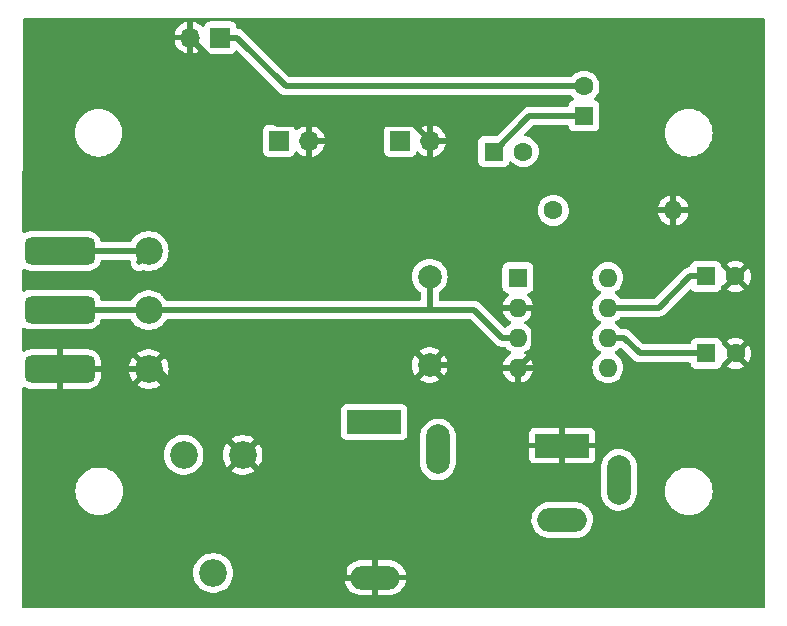
<source format=gbr>
%TF.GenerationSoftware,KiCad,Pcbnew,7.0.10*%
%TF.CreationDate,2024-02-29T08:37:14+01:00*%
%TF.ProjectId,ZX Spectrum AMP,5a582053-7065-4637-9472-756d20414d50,rev?*%
%TF.SameCoordinates,Original*%
%TF.FileFunction,Copper,L1,Top*%
%TF.FilePolarity,Positive*%
%FSLAX46Y46*%
G04 Gerber Fmt 4.6, Leading zero omitted, Abs format (unit mm)*
G04 Created by KiCad (PCBNEW 7.0.10) date 2024-02-29 08:37:14*
%MOMM*%
%LPD*%
G01*
G04 APERTURE LIST*
G04 Aperture macros list*
%AMRoundRect*
0 Rectangle with rounded corners*
0 $1 Rounding radius*
0 $2 $3 $4 $5 $6 $7 $8 $9 X,Y pos of 4 corners*
0 Add a 4 corners polygon primitive as box body*
4,1,4,$2,$3,$4,$5,$6,$7,$8,$9,$2,$3,0*
0 Add four circle primitives for the rounded corners*
1,1,$1+$1,$2,$3*
1,1,$1+$1,$4,$5*
1,1,$1+$1,$6,$7*
1,1,$1+$1,$8,$9*
0 Add four rect primitives between the rounded corners*
20,1,$1+$1,$2,$3,$4,$5,0*
20,1,$1+$1,$4,$5,$6,$7,0*
20,1,$1+$1,$6,$7,$8,$9,0*
20,1,$1+$1,$8,$9,$2,$3,0*%
G04 Aperture macros list end*
%TA.AperFunction,ComponentPad*%
%ADD10C,1.600000*%
%TD*%
%TA.AperFunction,ComponentPad*%
%ADD11O,1.600000X1.600000*%
%TD*%
%TA.AperFunction,ComponentPad*%
%ADD12R,1.700000X1.700000*%
%TD*%
%TA.AperFunction,ComponentPad*%
%ADD13O,1.700000X1.700000*%
%TD*%
%TA.AperFunction,ComponentPad*%
%ADD14R,1.600000X1.600000*%
%TD*%
%TA.AperFunction,ComponentPad*%
%ADD15C,2.000000*%
%TD*%
%TA.AperFunction,ConnectorPad*%
%ADD16RoundRect,0.585000X2.415000X0.585000X-2.415000X0.585000X-2.415000X-0.585000X2.415000X-0.585000X0*%
%TD*%
%TA.AperFunction,ComponentPad*%
%ADD17C,2.340000*%
%TD*%
%TA.AperFunction,ComponentPad*%
%ADD18R,4.600000X2.000000*%
%TD*%
%TA.AperFunction,ComponentPad*%
%ADD19O,4.200000X2.000000*%
%TD*%
%TA.AperFunction,ComponentPad*%
%ADD20O,2.000000X4.200000*%
%TD*%
%TA.AperFunction,Conductor*%
%ADD21C,0.500000*%
%TD*%
G04 APERTURE END LIST*
D10*
%TO.P,R1,1*%
%TO.N,Net-(C5-Pad2)*%
X72999600Y-51308000D03*
D11*
%TO.P,R1,2*%
%TO.N,GND*%
X83159600Y-51308000D03*
%TD*%
D12*
%TO.P,HT1,1,1*%
%TO.N,Net-(C4-Pad2)*%
X44810600Y-36677600D03*
D13*
%TO.P,HT1,2,2*%
%TO.N,GND*%
X42270600Y-36677600D03*
%TD*%
D14*
%TO.P,C2,1*%
%TO.N,Net-(IC1-BYPASS)*%
X85916900Y-56896000D03*
D10*
%TO.P,C2,2*%
%TO.N,GND*%
X88416900Y-56896000D03*
%TD*%
D14*
%TO.P,C3,1*%
%TO.N,+9V*%
X85946900Y-63416000D03*
D10*
%TO.P,C3,2*%
%TO.N,GND*%
X88446900Y-63416000D03*
%TD*%
D14*
%TO.P,C4,1*%
%TO.N,Net-(C4-Pad1)*%
X75594800Y-43311900D03*
D10*
%TO.P,C4,2*%
%TO.N,Net-(C4-Pad2)*%
X75594800Y-40811900D03*
%TD*%
D14*
%TO.P,C5,1*%
%TO.N,Net-(C4-Pad1)*%
X67959600Y-46329600D03*
D10*
%TO.P,C5,2*%
%TO.N,Net-(C5-Pad2)*%
X70459600Y-46329600D03*
%TD*%
D14*
%TO.P,IC1,1,GAIN*%
%TO.N,unconnected-(IC1-GAIN-Pad1)*%
X70002400Y-57006800D03*
D11*
%TO.P,IC1,2,-*%
%TO.N,GND*%
X70002400Y-59546800D03*
%TO.P,IC1,3,+*%
%TO.N,Net-(IC1-+)*%
X70002400Y-62086800D03*
%TO.P,IC1,4,GND*%
%TO.N,GND*%
X70002400Y-64626800D03*
%TO.P,IC1,5*%
%TO.N,Net-(C4-Pad1)*%
X77622400Y-64626800D03*
%TO.P,IC1,6,V+*%
%TO.N,+9V*%
X77622400Y-62086800D03*
%TO.P,IC1,7,BYPASS*%
%TO.N,Net-(IC1-BYPASS)*%
X77622400Y-59546800D03*
%TO.P,IC1,8,GAIN*%
%TO.N,unconnected-(IC1-GAIN-Pad8)*%
X77622400Y-57006800D03*
%TD*%
D15*
%TO.P,C1,1*%
%TO.N,Net-(IC1-+)*%
X62534800Y-56914400D03*
%TO.P,C1,2*%
%TO.N,GND*%
X62534800Y-64414400D03*
%TD*%
D12*
%TO.P,J3,1,Pin_1*%
%TO.N,+9V*%
X60040600Y-45421400D03*
D13*
%TO.P,J3,2,Pin_2*%
%TO.N,GND*%
X62580600Y-45421400D03*
%TD*%
D12*
%TO.P,MIC1,1,Pin_1*%
%TO.N,Net-(MIC1-Pin_1)*%
X49779000Y-45421400D03*
D13*
%TO.P,MIC1,2,Pin_2*%
%TO.N,GND*%
X52319000Y-45421400D03*
%TD*%
D16*
%TO.P,P1,1,1*%
%TO.N,Net-(MIC1-Pin_1)*%
X31200800Y-54740800D03*
D17*
X38750800Y-54750800D03*
D16*
%TO.P,P1,2,2*%
%TO.N,Net-(IC1-+)*%
X31200800Y-59710800D03*
D17*
X38750800Y-59750800D03*
D16*
%TO.P,P1,3,3*%
%TO.N,GND*%
X31200800Y-64760800D03*
D17*
X38750800Y-64750800D03*
%TD*%
D18*
%TO.P,J1,1*%
%TO.N,GND*%
X73761600Y-71221600D03*
D19*
%TO.P,J1,2*%
%TO.N,+9V*%
X73761600Y-77521600D03*
D20*
%TO.P,J1,3*%
%TO.N,unconnected-(J1-Pad3)*%
X78561600Y-74121600D03*
%TD*%
D17*
%TO.P,P2,1,1*%
%TO.N,Net-(MIC1-Pin_1)*%
X41698400Y-72012800D03*
%TO.P,P2,2,2*%
%TO.N,Net-(J2-Pad1)*%
X44198400Y-82012800D03*
%TO.P,P2,3,3*%
%TO.N,GND*%
X46698400Y-72012800D03*
%TD*%
D18*
%TO.P,J2,1*%
%TO.N,Net-(J2-Pad1)*%
X57829100Y-69247600D03*
D19*
%TO.P,J2,2*%
%TO.N,GND*%
X57929100Y-82397600D03*
D20*
%TO.P,J2,3*%
%TO.N,unconnected-(J2-Pad3)*%
X63229100Y-71552600D03*
%TD*%
D21*
%TO.N,Net-(IC1-+)*%
X38750800Y-59750800D02*
X31240800Y-59750800D01*
X31240800Y-59750800D02*
X31200800Y-59710800D01*
X62534800Y-59750800D02*
X62534800Y-56914400D01*
X38750800Y-59750800D02*
X62534800Y-59750800D01*
X70002400Y-62086800D02*
X68650500Y-62086800D01*
X66314500Y-59750800D02*
X68650500Y-62086800D01*
X62534800Y-59750800D02*
X66314500Y-59750800D01*
%TO.N,GND*%
X68650500Y-64626800D02*
X68438100Y-64414400D01*
X49612500Y-44019500D02*
X42270600Y-36677600D01*
X62580600Y-45421400D02*
X63982500Y-45421400D01*
X52319000Y-44021000D02*
X52319000Y-44019500D01*
X68438100Y-64414400D02*
X62534800Y-64414400D01*
X52319000Y-44021000D02*
X52320500Y-44019500D01*
X38750800Y-64750800D02*
X39436400Y-64750800D01*
X52319000Y-44019500D02*
X49612500Y-44019500D01*
X71354300Y-63274900D02*
X71354300Y-59546800D01*
X52319000Y-44220400D02*
X52319000Y-44021000D01*
X70002400Y-64626800D02*
X71354300Y-63274900D01*
X74731100Y-56170000D02*
X63982500Y-45421400D01*
X52320500Y-44019500D02*
X61178700Y-44019500D01*
X70002400Y-59546800D02*
X71354300Y-59546800D01*
X31210800Y-64750800D02*
X31200800Y-64760800D01*
X74731100Y-56170000D02*
X79593100Y-51308000D01*
X79593100Y-51308000D02*
X83159600Y-51308000D01*
X55277200Y-82397600D02*
X55277200Y-80591600D01*
X69404300Y-64626800D02*
X68650500Y-64626800D01*
X61178700Y-44019500D02*
X62580600Y-45421400D01*
X71354300Y-59546800D02*
X74731100Y-56170000D01*
X55277200Y-80591600D02*
X46698400Y-72012800D01*
X39436400Y-64750800D02*
X46698400Y-72012800D01*
X38750800Y-64750800D02*
X31210800Y-64750800D01*
X52319000Y-45421400D02*
X52319000Y-44220400D01*
X69404300Y-64626800D02*
X70002400Y-64626800D01*
X57929100Y-82397600D02*
X55277200Y-82397600D01*
%TO.N,Net-(IC1-BYPASS)*%
X77622400Y-59546800D02*
X81914200Y-59546800D01*
X81914200Y-59546800D02*
X84565000Y-56896000D01*
X85916900Y-56896000D02*
X84565000Y-56896000D01*
%TO.N,+9V*%
X80303500Y-63416000D02*
X85946900Y-63416000D01*
X78974300Y-62086800D02*
X80303500Y-63416000D01*
X77622400Y-62086800D02*
X78974300Y-62086800D01*
%TO.N,Net-(C4-Pad1)*%
X70977300Y-43311900D02*
X75594800Y-43311900D01*
X67959600Y-46329600D02*
X70977300Y-43311900D01*
%TO.N,Net-(C4-Pad2)*%
X75594800Y-40811900D02*
X50346800Y-40811900D01*
X44810600Y-36677600D02*
X46212500Y-36677600D01*
X50346800Y-40811900D02*
X46212500Y-36677600D01*
%TO.N,Net-(MIC1-Pin_1)*%
X38750800Y-54750800D02*
X31210800Y-54750800D01*
X38750800Y-54750800D02*
X38750800Y-54890500D01*
X32136900Y-55676900D02*
X31200800Y-54740800D01*
X31210800Y-54750800D02*
X31200800Y-54740800D01*
X38750800Y-54890500D02*
X37964400Y-55676900D01*
%TD*%
%TA.AperFunction,Conductor*%
%TO.N,GND*%
G36*
X90874955Y-35020930D02*
G01*
X90920753Y-35073697D01*
X90932000Y-35125300D01*
X90932000Y-84864400D01*
X90912315Y-84931439D01*
X90859511Y-84977194D01*
X90808000Y-84988400D01*
X28115053Y-84988400D01*
X28048014Y-84968715D01*
X28002259Y-84915911D01*
X27991053Y-84864148D01*
X27996854Y-82012804D01*
X42515193Y-82012804D01*
X42533992Y-82263666D01*
X42580970Y-82469489D01*
X42589973Y-82508934D01*
X42681883Y-82743116D01*
X42807669Y-82960984D01*
X42964522Y-83157672D01*
X43148938Y-83328784D01*
X43356797Y-83470500D01*
X43583455Y-83579653D01*
X43823851Y-83653805D01*
X43823852Y-83653805D01*
X43823855Y-83653806D01*
X44072606Y-83691299D01*
X44072611Y-83691299D01*
X44072614Y-83691300D01*
X44072615Y-83691300D01*
X44324185Y-83691300D01*
X44324186Y-83691300D01*
X44324193Y-83691299D01*
X44572944Y-83653806D01*
X44572945Y-83653805D01*
X44572949Y-83653805D01*
X44813345Y-83579653D01*
X45040004Y-83470500D01*
X45247862Y-83328784D01*
X45432278Y-83157672D01*
X45589131Y-82960984D01*
X45714917Y-82743116D01*
X45806827Y-82508934D01*
X45862807Y-82263669D01*
X45871505Y-82147599D01*
X55350076Y-82147599D01*
X55350078Y-82147600D01*
X56395414Y-82147600D01*
X56369607Y-82187756D01*
X56329100Y-82325711D01*
X56329100Y-82469489D01*
X56369607Y-82607444D01*
X56395414Y-82647600D01*
X55350077Y-82647600D01*
X55370016Y-82767092D01*
X55450730Y-83002203D01*
X55450735Y-83002214D01*
X55569042Y-83220828D01*
X55569048Y-83220837D01*
X55721726Y-83416997D01*
X55721735Y-83417007D01*
X55904622Y-83585367D01*
X55904621Y-83585367D01*
X56112732Y-83721332D01*
X56340382Y-83821187D01*
X56581361Y-83882212D01*
X56581369Y-83882214D01*
X56767045Y-83897599D01*
X56767061Y-83897600D01*
X57679100Y-83897600D01*
X57679100Y-82897600D01*
X58179100Y-82897600D01*
X58179100Y-83897600D01*
X59091139Y-83897600D01*
X59091154Y-83897599D01*
X59276830Y-83882214D01*
X59276838Y-83882212D01*
X59517817Y-83821187D01*
X59745467Y-83721332D01*
X59953578Y-83585367D01*
X60136464Y-83417007D01*
X60136473Y-83416997D01*
X60289151Y-83220837D01*
X60289157Y-83220828D01*
X60407464Y-83002214D01*
X60407469Y-83002203D01*
X60488183Y-82767092D01*
X60508123Y-82647600D01*
X59462786Y-82647600D01*
X59488593Y-82607444D01*
X59529100Y-82469489D01*
X59529100Y-82325711D01*
X59488593Y-82187756D01*
X59462786Y-82147600D01*
X60508122Y-82147600D01*
X60508123Y-82147599D01*
X60488183Y-82028107D01*
X60407469Y-81792996D01*
X60407464Y-81792985D01*
X60289157Y-81574371D01*
X60289151Y-81574362D01*
X60136473Y-81378202D01*
X60136464Y-81378192D01*
X59953577Y-81209832D01*
X59953578Y-81209832D01*
X59745467Y-81073867D01*
X59517817Y-80974012D01*
X59276838Y-80912987D01*
X59276830Y-80912985D01*
X59091154Y-80897600D01*
X58179100Y-80897600D01*
X58179100Y-81897600D01*
X57679100Y-81897600D01*
X57679100Y-80897600D01*
X56767045Y-80897600D01*
X56581369Y-80912985D01*
X56581361Y-80912987D01*
X56340382Y-80974012D01*
X56112732Y-81073867D01*
X55904621Y-81209832D01*
X55721735Y-81378192D01*
X55721726Y-81378202D01*
X55569048Y-81574362D01*
X55569042Y-81574371D01*
X55450735Y-81792985D01*
X55450730Y-81792996D01*
X55370016Y-82028107D01*
X55350076Y-82147599D01*
X45871505Y-82147599D01*
X45881607Y-82012800D01*
X45862807Y-81761931D01*
X45806827Y-81516666D01*
X45714917Y-81282484D01*
X45589131Y-81064616D01*
X45432278Y-80867928D01*
X45247862Y-80696816D01*
X45040004Y-80555100D01*
X45040003Y-80555099D01*
X45039996Y-80555095D01*
X44813347Y-80445948D01*
X44813349Y-80445948D01*
X44572950Y-80371795D01*
X44572944Y-80371793D01*
X44324193Y-80334300D01*
X44324186Y-80334300D01*
X44072614Y-80334300D01*
X44072606Y-80334300D01*
X43823855Y-80371793D01*
X43823849Y-80371795D01*
X43583454Y-80445947D01*
X43356801Y-80555097D01*
X43148937Y-80696816D01*
X42964523Y-80867926D01*
X42964522Y-80867928D01*
X42807669Y-81064616D01*
X42681883Y-81282483D01*
X42589975Y-81516660D01*
X42589970Y-81516677D01*
X42533992Y-81761933D01*
X42515193Y-82012795D01*
X42515193Y-82012804D01*
X27996854Y-82012804D01*
X28002923Y-79030099D01*
X28005868Y-77582533D01*
X71149418Y-77582533D01*
X71178776Y-77824321D01*
X71246537Y-78058256D01*
X71246538Y-78058259D01*
X71350951Y-78278307D01*
X71489307Y-78478748D01*
X71489308Y-78478749D01*
X71658022Y-78654400D01*
X71852729Y-78800713D01*
X71852731Y-78800714D01*
X71852735Y-78800717D01*
X71965034Y-78859656D01*
X72068392Y-78913903D01*
X72068394Y-78913903D01*
X72068395Y-78913904D01*
X72183906Y-78952467D01*
X72299417Y-78991031D01*
X72539818Y-79030100D01*
X72539821Y-79030100D01*
X74922387Y-79030100D01*
X74922397Y-79030100D01*
X75104368Y-79015410D01*
X75340848Y-78957123D01*
X75564916Y-78861656D01*
X75770768Y-78731483D01*
X75953074Y-78569975D01*
X76107110Y-78381314D01*
X76228889Y-78170387D01*
X76315256Y-77942657D01*
X76363974Y-77704021D01*
X76373781Y-77460661D01*
X76344423Y-77218880D01*
X76344423Y-77218878D01*
X76276662Y-76984943D01*
X76276661Y-76984938D01*
X76172250Y-76764896D01*
X76172249Y-76764895D01*
X76172248Y-76764892D01*
X76057150Y-76598145D01*
X76033893Y-76564452D01*
X76002961Y-76532248D01*
X75865177Y-76388799D01*
X75670470Y-76242486D01*
X75670466Y-76242483D01*
X75670465Y-76242483D01*
X75637487Y-76225175D01*
X75454807Y-76129296D01*
X75454803Y-76129295D01*
X75223782Y-76052168D01*
X74983382Y-76013100D01*
X74983379Y-76013100D01*
X72600803Y-76013100D01*
X72600793Y-76013100D01*
X72418832Y-76027789D01*
X72182349Y-76086077D01*
X71958292Y-76181539D01*
X71958284Y-76181543D01*
X71958284Y-76181544D01*
X71752432Y-76311717D01*
X71570126Y-76473225D01*
X71570124Y-76473226D01*
X71570122Y-76473229D01*
X71416089Y-76661885D01*
X71416087Y-76661889D01*
X71294315Y-76872803D01*
X71294310Y-76872813D01*
X71207945Y-77100538D01*
X71159226Y-77339174D01*
X71159225Y-77339182D01*
X71149418Y-77582532D01*
X71149418Y-77582533D01*
X28005868Y-77582533D01*
X28010955Y-75082401D01*
X32538390Y-75082401D01*
X32558804Y-75367833D01*
X32619628Y-75647437D01*
X32719635Y-75915566D01*
X32856770Y-76166709D01*
X32856775Y-76166717D01*
X33028254Y-76395787D01*
X33028270Y-76395805D01*
X33230594Y-76598129D01*
X33230612Y-76598145D01*
X33459682Y-76769624D01*
X33459690Y-76769629D01*
X33710833Y-76906764D01*
X33710832Y-76906764D01*
X33710836Y-76906765D01*
X33710839Y-76906767D01*
X33978954Y-77006769D01*
X33978960Y-77006770D01*
X33978962Y-77006771D01*
X34258566Y-77067595D01*
X34258568Y-77067595D01*
X34258572Y-77067596D01*
X34472552Y-77082900D01*
X34615448Y-77082900D01*
X34829428Y-77067596D01*
X35109046Y-77006769D01*
X35377161Y-76906767D01*
X35628315Y-76769626D01*
X35857395Y-76598139D01*
X36059739Y-76395795D01*
X36231226Y-76166715D01*
X36368367Y-75915561D01*
X36468369Y-75647446D01*
X36529196Y-75367828D01*
X36535305Y-75282406D01*
X77053100Y-75282406D01*
X77067789Y-75464367D01*
X77126077Y-75700850D01*
X77221539Y-75924907D01*
X77221542Y-75924912D01*
X77221544Y-75924916D01*
X77351717Y-76130768D01*
X77513225Y-76313074D01*
X77513229Y-76313077D01*
X77701885Y-76467110D01*
X77701889Y-76467112D01*
X77912803Y-76588884D01*
X77912813Y-76588889D01*
X78140543Y-76675256D01*
X78379179Y-76723974D01*
X78452187Y-76726916D01*
X78622532Y-76733781D01*
X78622533Y-76733781D01*
X78622534Y-76733780D01*
X78622539Y-76733781D01*
X78829779Y-76708617D01*
X78864321Y-76704423D01*
X78965023Y-76675254D01*
X79098262Y-76636661D01*
X79318304Y-76532250D01*
X79518748Y-76393893D01*
X79694402Y-76225175D01*
X79840717Y-76030465D01*
X79953904Y-75814805D01*
X80031031Y-75583782D01*
X80070100Y-75343379D01*
X80070100Y-75082401D01*
X82474790Y-75082401D01*
X82495204Y-75367833D01*
X82556028Y-75647437D01*
X82656035Y-75915566D01*
X82793170Y-76166709D01*
X82793175Y-76166717D01*
X82964654Y-76395787D01*
X82964670Y-76395805D01*
X83166994Y-76598129D01*
X83167012Y-76598145D01*
X83396082Y-76769624D01*
X83396090Y-76769629D01*
X83647233Y-76906764D01*
X83647232Y-76906764D01*
X83647236Y-76906765D01*
X83647239Y-76906767D01*
X83915354Y-77006769D01*
X83915360Y-77006770D01*
X83915362Y-77006771D01*
X84194966Y-77067595D01*
X84194968Y-77067595D01*
X84194972Y-77067596D01*
X84408952Y-77082900D01*
X84551848Y-77082900D01*
X84765828Y-77067596D01*
X85045446Y-77006769D01*
X85313561Y-76906767D01*
X85564715Y-76769626D01*
X85793795Y-76598139D01*
X85996139Y-76395795D01*
X86167626Y-76166715D01*
X86304767Y-75915561D01*
X86404769Y-75647446D01*
X86465596Y-75367828D01*
X86486010Y-75082400D01*
X86465596Y-74796972D01*
X86404769Y-74517354D01*
X86304767Y-74249239D01*
X86258649Y-74164781D01*
X86167629Y-73998090D01*
X86167624Y-73998082D01*
X85996145Y-73769012D01*
X85996129Y-73768994D01*
X85793805Y-73566670D01*
X85793787Y-73566654D01*
X85564717Y-73395175D01*
X85564709Y-73395170D01*
X85313566Y-73258035D01*
X85313567Y-73258035D01*
X85206315Y-73218032D01*
X85045446Y-73158031D01*
X85045443Y-73158030D01*
X85045437Y-73158028D01*
X84765833Y-73097204D01*
X84551850Y-73081900D01*
X84551848Y-73081900D01*
X84408952Y-73081900D01*
X84408949Y-73081900D01*
X84194966Y-73097204D01*
X83915362Y-73158028D01*
X83647233Y-73258035D01*
X83396090Y-73395170D01*
X83396082Y-73395175D01*
X83167012Y-73566654D01*
X83166994Y-73566670D01*
X82964670Y-73768994D01*
X82964654Y-73769012D01*
X82793175Y-73998082D01*
X82793170Y-73998090D01*
X82656035Y-74249233D01*
X82556028Y-74517362D01*
X82495204Y-74796966D01*
X82474790Y-75082398D01*
X82474790Y-75082401D01*
X80070100Y-75082401D01*
X80070100Y-72960803D01*
X80055410Y-72778832D01*
X79997123Y-72542352D01*
X79982880Y-72508922D01*
X79901660Y-72318292D01*
X79901658Y-72318289D01*
X79901656Y-72318284D01*
X79771483Y-72112432D01*
X79609975Y-71930126D01*
X79560871Y-71890034D01*
X79421314Y-71776089D01*
X79421310Y-71776087D01*
X79210396Y-71654315D01*
X79210386Y-71654310D01*
X78982661Y-71567945D01*
X78982658Y-71567944D01*
X78982657Y-71567944D01*
X78906508Y-71552398D01*
X78744025Y-71519226D01*
X78744017Y-71519225D01*
X78500667Y-71509418D01*
X78500666Y-71509418D01*
X78258878Y-71538776D01*
X78024943Y-71606537D01*
X78024940Y-71606538D01*
X77804892Y-71710951D01*
X77604451Y-71849307D01*
X77604450Y-71849308D01*
X77428799Y-72018022D01*
X77282486Y-72212729D01*
X77282480Y-72212740D01*
X77169296Y-72428392D01*
X77169295Y-72428396D01*
X77092168Y-72659417D01*
X77092168Y-72659418D01*
X77053100Y-72899818D01*
X77053100Y-75282406D01*
X36535305Y-75282406D01*
X36549610Y-75082400D01*
X36529196Y-74796972D01*
X36468369Y-74517354D01*
X36368367Y-74249239D01*
X36322249Y-74164781D01*
X36231229Y-73998090D01*
X36231224Y-73998082D01*
X36059745Y-73769012D01*
X36059729Y-73768994D01*
X35857405Y-73566670D01*
X35857387Y-73566654D01*
X35628317Y-73395175D01*
X35628309Y-73395170D01*
X35377166Y-73258035D01*
X35377167Y-73258035D01*
X35269915Y-73218032D01*
X35109046Y-73158031D01*
X35109043Y-73158030D01*
X35109037Y-73158028D01*
X34829433Y-73097204D01*
X34615450Y-73081900D01*
X34615448Y-73081900D01*
X34472552Y-73081900D01*
X34472549Y-73081900D01*
X34258566Y-73097204D01*
X33978962Y-73158028D01*
X33710833Y-73258035D01*
X33459690Y-73395170D01*
X33459682Y-73395175D01*
X33230612Y-73566654D01*
X33230594Y-73566670D01*
X33028270Y-73768994D01*
X33028254Y-73769012D01*
X32856775Y-73998082D01*
X32856770Y-73998090D01*
X32719635Y-74249233D01*
X32619628Y-74517362D01*
X32558804Y-74796966D01*
X32538390Y-75082398D01*
X32538390Y-75082401D01*
X28010955Y-75082401D01*
X28017200Y-72012804D01*
X40015193Y-72012804D01*
X40033992Y-72263666D01*
X40089970Y-72508922D01*
X40089973Y-72508934D01*
X40181883Y-72743116D01*
X40307669Y-72960984D01*
X40464522Y-73157672D01*
X40648938Y-73328784D01*
X40856797Y-73470500D01*
X41083455Y-73579653D01*
X41323851Y-73653805D01*
X41323852Y-73653805D01*
X41323855Y-73653806D01*
X41572606Y-73691299D01*
X41572611Y-73691299D01*
X41572614Y-73691300D01*
X41572615Y-73691300D01*
X41824185Y-73691300D01*
X41824186Y-73691300D01*
X41880580Y-73682800D01*
X42072944Y-73653806D01*
X42072945Y-73653805D01*
X42072949Y-73653805D01*
X42313345Y-73579653D01*
X42540004Y-73470500D01*
X42747862Y-73328784D01*
X42932278Y-73157672D01*
X43089131Y-72960984D01*
X43214917Y-72743116D01*
X43306827Y-72508934D01*
X43362807Y-72263669D01*
X43378524Y-72053938D01*
X43381607Y-72012804D01*
X45023717Y-72012804D01*
X45042421Y-72262397D01*
X45042421Y-72262399D01*
X45098114Y-72506407D01*
X45098120Y-72506426D01*
X45189563Y-72739418D01*
X45314711Y-72956181D01*
X45314718Y-72956192D01*
X45353199Y-73004445D01*
X45353200Y-73004445D01*
X46095852Y-72261793D01*
X46105588Y-72291756D01*
X46193586Y-72430419D01*
X46313303Y-72542840D01*
X46447910Y-72616841D01*
X45706803Y-73357948D01*
X45861058Y-73463117D01*
X45861066Y-73463122D01*
X46086567Y-73571716D01*
X46086565Y-73571716D01*
X46325746Y-73645494D01*
X46325752Y-73645496D01*
X46573243Y-73682799D01*
X46573252Y-73682800D01*
X46823548Y-73682800D01*
X46823556Y-73682799D01*
X47071047Y-73645496D01*
X47071053Y-73645494D01*
X47310233Y-73571716D01*
X47535734Y-73463122D01*
X47535744Y-73463115D01*
X47689995Y-73357948D01*
X46945934Y-72613886D01*
X47014029Y-72586926D01*
X47146892Y-72490395D01*
X47251575Y-72363855D01*
X47300031Y-72260879D01*
X48043597Y-73004445D01*
X48043598Y-73004444D01*
X48082090Y-72956179D01*
X48207236Y-72739418D01*
X48217445Y-72713406D01*
X61720600Y-72713406D01*
X61735289Y-72895367D01*
X61793577Y-73131850D01*
X61889039Y-73355907D01*
X61889042Y-73355912D01*
X61889044Y-73355916D01*
X62019217Y-73561768D01*
X62180725Y-73744074D01*
X62180729Y-73744077D01*
X62369385Y-73898110D01*
X62369389Y-73898112D01*
X62580303Y-74019884D01*
X62580313Y-74019889D01*
X62808043Y-74106256D01*
X63046679Y-74154974D01*
X63119687Y-74157916D01*
X63290032Y-74164781D01*
X63290033Y-74164781D01*
X63290034Y-74164780D01*
X63290039Y-74164781D01*
X63497279Y-74139617D01*
X63531821Y-74135423D01*
X63632523Y-74106254D01*
X63765762Y-74067661D01*
X63985804Y-73963250D01*
X64186248Y-73824893D01*
X64361902Y-73656175D01*
X64508217Y-73461465D01*
X64621404Y-73245805D01*
X64698531Y-73014782D01*
X64717938Y-72895367D01*
X64737600Y-72774381D01*
X64737600Y-72269444D01*
X70961600Y-72269444D01*
X70968001Y-72328972D01*
X70968003Y-72328979D01*
X71018245Y-72463686D01*
X71018249Y-72463693D01*
X71104409Y-72578787D01*
X71104412Y-72578790D01*
X71219506Y-72664950D01*
X71219513Y-72664954D01*
X71354220Y-72715196D01*
X71354227Y-72715198D01*
X71413755Y-72721599D01*
X71413772Y-72721600D01*
X73511600Y-72721600D01*
X73511600Y-71721600D01*
X74011600Y-71721600D01*
X74011600Y-72721600D01*
X76109428Y-72721600D01*
X76109444Y-72721599D01*
X76168972Y-72715198D01*
X76168979Y-72715196D01*
X76303686Y-72664954D01*
X76303693Y-72664950D01*
X76418787Y-72578790D01*
X76418790Y-72578787D01*
X76504950Y-72463693D01*
X76504954Y-72463686D01*
X76555196Y-72328979D01*
X76555198Y-72328972D01*
X76561599Y-72269444D01*
X76561600Y-72269427D01*
X76561600Y-71471600D01*
X75495286Y-71471600D01*
X75521093Y-71431444D01*
X75561600Y-71293489D01*
X75561600Y-71149711D01*
X75521093Y-71011756D01*
X75495286Y-70971600D01*
X76561600Y-70971600D01*
X76561600Y-70173772D01*
X76561599Y-70173755D01*
X76555198Y-70114227D01*
X76555196Y-70114220D01*
X76504954Y-69979513D01*
X76504950Y-69979506D01*
X76418790Y-69864412D01*
X76418787Y-69864409D01*
X76303693Y-69778249D01*
X76303686Y-69778245D01*
X76168979Y-69728003D01*
X76168972Y-69728001D01*
X76109444Y-69721600D01*
X74011600Y-69721600D01*
X74011600Y-70721600D01*
X73511600Y-70721600D01*
X73511600Y-69721600D01*
X71413755Y-69721600D01*
X71354227Y-69728001D01*
X71354220Y-69728003D01*
X71219513Y-69778245D01*
X71219506Y-69778249D01*
X71104412Y-69864409D01*
X71104409Y-69864412D01*
X71018249Y-69979506D01*
X71018245Y-69979513D01*
X70968003Y-70114220D01*
X70968001Y-70114227D01*
X70961600Y-70173755D01*
X70961600Y-70971600D01*
X72027914Y-70971600D01*
X72002107Y-71011756D01*
X71961600Y-71149711D01*
X71961600Y-71293489D01*
X72002107Y-71431444D01*
X72027914Y-71471600D01*
X70961600Y-71471600D01*
X70961600Y-72269444D01*
X64737600Y-72269444D01*
X64737600Y-70391812D01*
X64737599Y-70391793D01*
X64736655Y-70380105D01*
X64722910Y-70209832D01*
X64664623Y-69973352D01*
X64618208Y-69864412D01*
X64569160Y-69749292D01*
X64569158Y-69749289D01*
X64569156Y-69749284D01*
X64438983Y-69543432D01*
X64277475Y-69361126D01*
X64263116Y-69349402D01*
X64088814Y-69207089D01*
X64088810Y-69207087D01*
X63877896Y-69085315D01*
X63877886Y-69085310D01*
X63650161Y-68998945D01*
X63650158Y-68998944D01*
X63650157Y-68998944D01*
X63606397Y-68990010D01*
X63411525Y-68950226D01*
X63411517Y-68950225D01*
X63168167Y-68940418D01*
X63168166Y-68940418D01*
X62926378Y-68969776D01*
X62692443Y-69037537D01*
X62692440Y-69037538D01*
X62472392Y-69141951D01*
X62271951Y-69280307D01*
X62271950Y-69280308D01*
X62096299Y-69449022D01*
X61949986Y-69643729D01*
X61949980Y-69643740D01*
X61836796Y-69859392D01*
X61836795Y-69859396D01*
X61759668Y-70090417D01*
X61759668Y-70090418D01*
X61720600Y-70330818D01*
X61720600Y-72713406D01*
X48217445Y-72713406D01*
X48298679Y-72506426D01*
X48298685Y-72506407D01*
X48354378Y-72262399D01*
X48354378Y-72262397D01*
X48373083Y-72012804D01*
X48373083Y-72012795D01*
X48354378Y-71763202D01*
X48354378Y-71763200D01*
X48298685Y-71519192D01*
X48298679Y-71519173D01*
X48207236Y-71286181D01*
X48082088Y-71069418D01*
X48082081Y-71069407D01*
X48043599Y-71021154D01*
X48043598Y-71021153D01*
X47300946Y-71763804D01*
X47291212Y-71733844D01*
X47203214Y-71595181D01*
X47083497Y-71482760D01*
X46948888Y-71408757D01*
X47689995Y-70667650D01*
X47535735Y-70562478D01*
X47535734Y-70562477D01*
X47310232Y-70453883D01*
X47310234Y-70453883D01*
X47071053Y-70380105D01*
X47071047Y-70380103D01*
X46823556Y-70342800D01*
X46573243Y-70342800D01*
X46325752Y-70380103D01*
X46325746Y-70380105D01*
X46086566Y-70453883D01*
X45861064Y-70562479D01*
X45861051Y-70562486D01*
X45706803Y-70667649D01*
X46450866Y-71411712D01*
X46382771Y-71438674D01*
X46249908Y-71535205D01*
X46145225Y-71661745D01*
X46096767Y-71764721D01*
X45353200Y-71021154D01*
X45314711Y-71069417D01*
X45189563Y-71286181D01*
X45098120Y-71519173D01*
X45098114Y-71519192D01*
X45042421Y-71763200D01*
X45042421Y-71763202D01*
X45023717Y-72012795D01*
X45023717Y-72012804D01*
X43381607Y-72012804D01*
X43381607Y-72012795D01*
X43362807Y-71761933D01*
X43356396Y-71733844D01*
X43306827Y-71516666D01*
X43214917Y-71282484D01*
X43089131Y-71064616D01*
X42932278Y-70867928D01*
X42747862Y-70696816D01*
X42621788Y-70610860D01*
X42540007Y-70555102D01*
X42539996Y-70555095D01*
X42313347Y-70445948D01*
X42313349Y-70445948D01*
X42072950Y-70371795D01*
X42072944Y-70371793D01*
X41824193Y-70334300D01*
X41824186Y-70334300D01*
X41572614Y-70334300D01*
X41572606Y-70334300D01*
X41323855Y-70371793D01*
X41323849Y-70371795D01*
X41083454Y-70445947D01*
X40856801Y-70555097D01*
X40648937Y-70696816D01*
X40464523Y-70867926D01*
X40464522Y-70867928D01*
X40307669Y-71064616D01*
X40181883Y-71282483D01*
X40089975Y-71516660D01*
X40089970Y-71516677D01*
X40033992Y-71761933D01*
X40015193Y-72012795D01*
X40015193Y-72012804D01*
X28017200Y-72012804D01*
X28020692Y-70296254D01*
X55020600Y-70296254D01*
X55027111Y-70356802D01*
X55027111Y-70356804D01*
X55060361Y-70445947D01*
X55078211Y-70493804D01*
X55165839Y-70610861D01*
X55282896Y-70698489D01*
X55419899Y-70749589D01*
X55447150Y-70752518D01*
X55480445Y-70756099D01*
X55480462Y-70756100D01*
X60177738Y-70756100D01*
X60177754Y-70756099D01*
X60204792Y-70753191D01*
X60238301Y-70749589D01*
X60375304Y-70698489D01*
X60492361Y-70610861D01*
X60579989Y-70493804D01*
X60631089Y-70356801D01*
X60634691Y-70323292D01*
X60637599Y-70296254D01*
X60637600Y-70296237D01*
X60637600Y-68198962D01*
X60637599Y-68198945D01*
X60634257Y-68167870D01*
X60631089Y-68138399D01*
X60579989Y-68001396D01*
X60492361Y-67884339D01*
X60375304Y-67796711D01*
X60238303Y-67745611D01*
X60177754Y-67739100D01*
X60177738Y-67739100D01*
X55480462Y-67739100D01*
X55480445Y-67739100D01*
X55419897Y-67745611D01*
X55419895Y-67745611D01*
X55282895Y-67796711D01*
X55165839Y-67884339D01*
X55078211Y-68001395D01*
X55027111Y-68138395D01*
X55027111Y-68138397D01*
X55020600Y-68198945D01*
X55020600Y-70296254D01*
X28020692Y-70296254D01*
X28028666Y-66376908D01*
X28048487Y-66309911D01*
X28101384Y-66264264D01*
X28170563Y-66254461D01*
X28222169Y-66274473D01*
X28263443Y-66302408D01*
X28263455Y-66302415D01*
X28453926Y-66383980D01*
X28453933Y-66383982D01*
X28656398Y-66428026D01*
X28702966Y-66430799D01*
X30950799Y-66430799D01*
X30950800Y-66430798D01*
X30950800Y-65010800D01*
X31450800Y-65010800D01*
X31450800Y-66430799D01*
X33698632Y-66430799D01*
X33698634Y-66430798D01*
X33745200Y-66428025D01*
X33947666Y-66383982D01*
X33947673Y-66383980D01*
X34138144Y-66302415D01*
X34138148Y-66302412D01*
X34309748Y-66186271D01*
X34309753Y-66186267D01*
X34456267Y-66039753D01*
X34456271Y-66039748D01*
X34572412Y-65868148D01*
X34572415Y-65868144D01*
X34653980Y-65677673D01*
X34653982Y-65677666D01*
X34698026Y-65475201D01*
X34700800Y-65428633D01*
X34700800Y-65010800D01*
X31450800Y-65010800D01*
X30950800Y-65010800D01*
X30950800Y-64750804D01*
X37076117Y-64750804D01*
X37094821Y-65000397D01*
X37094821Y-65000399D01*
X37150514Y-65244407D01*
X37150520Y-65244426D01*
X37241963Y-65477418D01*
X37367111Y-65694181D01*
X37367118Y-65694192D01*
X37405599Y-65742445D01*
X37405600Y-65742445D01*
X38148252Y-64999793D01*
X38157988Y-65029756D01*
X38245986Y-65168419D01*
X38365703Y-65280840D01*
X38500310Y-65354841D01*
X37759203Y-66095948D01*
X37913458Y-66201117D01*
X37913466Y-66201122D01*
X38138967Y-66309716D01*
X38138965Y-66309716D01*
X38378146Y-66383494D01*
X38378152Y-66383496D01*
X38625643Y-66420799D01*
X38625652Y-66420800D01*
X38875948Y-66420800D01*
X38875956Y-66420799D01*
X39123447Y-66383496D01*
X39123453Y-66383494D01*
X39362633Y-66309716D01*
X39588134Y-66201122D01*
X39588144Y-66201115D01*
X39742395Y-66095948D01*
X38998334Y-65351886D01*
X39066429Y-65324926D01*
X39199292Y-65228395D01*
X39303975Y-65101855D01*
X39352431Y-64998879D01*
X40095997Y-65742445D01*
X40095998Y-65742444D01*
X40134490Y-65694179D01*
X40259636Y-65477418D01*
X40351079Y-65244426D01*
X40351085Y-65244407D01*
X40406778Y-65000399D01*
X40406778Y-65000397D01*
X40425483Y-64750804D01*
X40425483Y-64750795D01*
X40406778Y-64501202D01*
X40406778Y-64501200D01*
X40386968Y-64414405D01*
X61029659Y-64414405D01*
X61050185Y-64662129D01*
X61050187Y-64662138D01*
X61111212Y-64903117D01*
X61211066Y-65130764D01*
X61311364Y-65284282D01*
X62051723Y-64543923D01*
X62075307Y-64624244D01*
X62153039Y-64745198D01*
X62261700Y-64839352D01*
X62392485Y-64899080D01*
X62402266Y-64900486D01*
X61664742Y-65638009D01*
X61711568Y-65674455D01*
X61711570Y-65674456D01*
X61930185Y-65792764D01*
X61930196Y-65792769D01*
X62165306Y-65873483D01*
X62410507Y-65914400D01*
X62659093Y-65914400D01*
X62904293Y-65873483D01*
X63139403Y-65792769D01*
X63139414Y-65792764D01*
X63358028Y-65674457D01*
X63358031Y-65674455D01*
X63404856Y-65638009D01*
X62667333Y-64900486D01*
X62677115Y-64899080D01*
X62807900Y-64839352D01*
X62916561Y-64745198D01*
X62994293Y-64624244D01*
X63017876Y-64543924D01*
X63758234Y-65284282D01*
X63858531Y-65130769D01*
X63958387Y-64903117D01*
X64019412Y-64662138D01*
X64019414Y-64662129D01*
X64039941Y-64414405D01*
X64039941Y-64414394D01*
X64019414Y-64166670D01*
X64019412Y-64166661D01*
X63958387Y-63925682D01*
X63858531Y-63698030D01*
X63758234Y-63544516D01*
X63017876Y-64284875D01*
X62994293Y-64204556D01*
X62916561Y-64083602D01*
X62807900Y-63989448D01*
X62677115Y-63929720D01*
X62667334Y-63928313D01*
X63404857Y-63190790D01*
X63404856Y-63190789D01*
X63358029Y-63154343D01*
X63139414Y-63036035D01*
X63139403Y-63036030D01*
X62904293Y-62955316D01*
X62659093Y-62914400D01*
X62410507Y-62914400D01*
X62165306Y-62955316D01*
X61930196Y-63036030D01*
X61930190Y-63036032D01*
X61711561Y-63154349D01*
X61664742Y-63190788D01*
X61664742Y-63190790D01*
X62402266Y-63928313D01*
X62392485Y-63929720D01*
X62261700Y-63989448D01*
X62153039Y-64083602D01*
X62075307Y-64204556D01*
X62051723Y-64284875D01*
X61311364Y-63544516D01*
X61211067Y-63698032D01*
X61111212Y-63925682D01*
X61050187Y-64166661D01*
X61050185Y-64166670D01*
X61029659Y-64414394D01*
X61029659Y-64414405D01*
X40386968Y-64414405D01*
X40351085Y-64257192D01*
X40351079Y-64257173D01*
X40259636Y-64024181D01*
X40134488Y-63807418D01*
X40134481Y-63807407D01*
X40095999Y-63759154D01*
X40095998Y-63759153D01*
X39353346Y-64501804D01*
X39343612Y-64471844D01*
X39255614Y-64333181D01*
X39135897Y-64220760D01*
X39001288Y-64146757D01*
X39742395Y-63405650D01*
X39588135Y-63300478D01*
X39588134Y-63300477D01*
X39362632Y-63191883D01*
X39362634Y-63191883D01*
X39123453Y-63118105D01*
X39123447Y-63118103D01*
X38875956Y-63080800D01*
X38625643Y-63080800D01*
X38378152Y-63118103D01*
X38378146Y-63118105D01*
X38138966Y-63191883D01*
X37913464Y-63300479D01*
X37913451Y-63300486D01*
X37759203Y-63405649D01*
X38503266Y-64149712D01*
X38435171Y-64176674D01*
X38302308Y-64273205D01*
X38197625Y-64399745D01*
X38149167Y-64502721D01*
X37405600Y-63759154D01*
X37367111Y-63807417D01*
X37241963Y-64024181D01*
X37150520Y-64257173D01*
X37150514Y-64257192D01*
X37094821Y-64501200D01*
X37094821Y-64501202D01*
X37076117Y-64750795D01*
X37076117Y-64750804D01*
X30950800Y-64750804D01*
X30950800Y-63090800D01*
X31450800Y-63090800D01*
X31450800Y-64510800D01*
X34700799Y-64510800D01*
X34700799Y-64092968D01*
X34700798Y-64092965D01*
X34698025Y-64046399D01*
X34653982Y-63843933D01*
X34653980Y-63843926D01*
X34572415Y-63653455D01*
X34572412Y-63653451D01*
X34456271Y-63481851D01*
X34456267Y-63481846D01*
X34309753Y-63335332D01*
X34309748Y-63335328D01*
X34138148Y-63219187D01*
X34138144Y-63219184D01*
X33947673Y-63137619D01*
X33947666Y-63137617D01*
X33745201Y-63093573D01*
X33698634Y-63090800D01*
X31450800Y-63090800D01*
X30950800Y-63090800D01*
X28702968Y-63090800D01*
X28702965Y-63090801D01*
X28656399Y-63093574D01*
X28453933Y-63137617D01*
X28453926Y-63137619D01*
X28263455Y-63219184D01*
X28263445Y-63219190D01*
X28228754Y-63242670D01*
X28162202Y-63263944D01*
X28094714Y-63245860D01*
X28047715Y-63194160D01*
X28035253Y-63139731D01*
X28038906Y-61344097D01*
X28058725Y-61277107D01*
X28111622Y-61231459D01*
X28180801Y-61221656D01*
X28232406Y-61241667D01*
X28233629Y-61242495D01*
X28259357Y-61259908D01*
X28259362Y-61259910D01*
X28419068Y-61328300D01*
X28451330Y-61342115D01*
X28451332Y-61342115D01*
X28451337Y-61342117D01*
X28534424Y-61360190D01*
X28655390Y-61386505D01*
X28702307Y-61389300D01*
X33699292Y-61389299D01*
X33746210Y-61386505D01*
X33950270Y-61342115D01*
X34142243Y-61259908D01*
X34315188Y-61142855D01*
X34462855Y-60995188D01*
X34579908Y-60822243D01*
X34662115Y-60630270D01*
X34662117Y-60630261D01*
X34667190Y-60606943D01*
X34700674Y-60545620D01*
X34761997Y-60512134D01*
X34788356Y-60509300D01*
X37178964Y-60509300D01*
X37246003Y-60528985D01*
X37286350Y-60571299D01*
X37360069Y-60698984D01*
X37516922Y-60895672D01*
X37701338Y-61066784D01*
X37909197Y-61208500D01*
X38135855Y-61317653D01*
X38376251Y-61391805D01*
X38376252Y-61391805D01*
X38376255Y-61391806D01*
X38625006Y-61429299D01*
X38625011Y-61429299D01*
X38625014Y-61429300D01*
X38625015Y-61429300D01*
X38876585Y-61429300D01*
X38876586Y-61429300D01*
X38876593Y-61429299D01*
X39125344Y-61391806D01*
X39125345Y-61391805D01*
X39125349Y-61391805D01*
X39365745Y-61317653D01*
X39592404Y-61208500D01*
X39800262Y-61066784D01*
X39984678Y-60895672D01*
X40141531Y-60698984D01*
X40215249Y-60571299D01*
X40265816Y-60523084D01*
X40322636Y-60509300D01*
X62446144Y-60509300D01*
X62509120Y-60509300D01*
X62516330Y-60509510D01*
X62579203Y-60513172D01*
X62589405Y-60511372D01*
X62590478Y-60511184D01*
X62612010Y-60509300D01*
X65948957Y-60509300D01*
X66015996Y-60528985D01*
X66036638Y-60545619D01*
X68068696Y-62577677D01*
X68080477Y-62591309D01*
X68095031Y-62610858D01*
X68133435Y-62643083D01*
X68141401Y-62650382D01*
X68145400Y-62654381D01*
X68169970Y-62673808D01*
X68172766Y-62676086D01*
X68218506Y-62714465D01*
X68230860Y-62724832D01*
X68230862Y-62724833D01*
X68236896Y-62728802D01*
X68236870Y-62728841D01*
X68243427Y-62733018D01*
X68243453Y-62732978D01*
X68249591Y-62736764D01*
X68249595Y-62736767D01*
X68318331Y-62768819D01*
X68321544Y-62770374D01*
X68389312Y-62804409D01*
X68389317Y-62804410D01*
X68396106Y-62806882D01*
X68396089Y-62806928D01*
X68403424Y-62809477D01*
X68403440Y-62809432D01*
X68410289Y-62811702D01*
X68410294Y-62811703D01*
X68484650Y-62827056D01*
X68488057Y-62827811D01*
X68561844Y-62845300D01*
X68561850Y-62845300D01*
X68569017Y-62846138D01*
X68569011Y-62846186D01*
X68576742Y-62846977D01*
X68576747Y-62846930D01*
X68583937Y-62847559D01*
X68583941Y-62847558D01*
X68583942Y-62847559D01*
X68659793Y-62845352D01*
X68663399Y-62845300D01*
X68871574Y-62845300D01*
X68938613Y-62864985D01*
X68973146Y-62898173D01*
X68996202Y-62931100D01*
X69158100Y-63092998D01*
X69302574Y-63194160D01*
X69345651Y-63224323D01*
X69398801Y-63249107D01*
X69451240Y-63295279D01*
X69470392Y-63362473D01*
X69450176Y-63429354D01*
X69398801Y-63473871D01*
X69349917Y-63496665D01*
X69163579Y-63627142D01*
X69002742Y-63787979D01*
X68872265Y-63974317D01*
X68776134Y-64180473D01*
X68776130Y-64180482D01*
X68723527Y-64376799D01*
X68723528Y-64376800D01*
X69686714Y-64376800D01*
X69674759Y-64388755D01*
X69617235Y-64501652D01*
X69597414Y-64626800D01*
X69617235Y-64751948D01*
X69674759Y-64864845D01*
X69686714Y-64876800D01*
X68723528Y-64876800D01*
X68776130Y-65073117D01*
X68776134Y-65073126D01*
X68872265Y-65279282D01*
X69002742Y-65465620D01*
X69163579Y-65626457D01*
X69349917Y-65756934D01*
X69556073Y-65853065D01*
X69556082Y-65853069D01*
X69752399Y-65905672D01*
X69752400Y-65905671D01*
X69752400Y-64942486D01*
X69764355Y-64954441D01*
X69877252Y-65011965D01*
X69970919Y-65026800D01*
X70033881Y-65026800D01*
X70127548Y-65011965D01*
X70240445Y-64954441D01*
X70252400Y-64942486D01*
X70252400Y-65905672D01*
X70448717Y-65853069D01*
X70448726Y-65853065D01*
X70654882Y-65756934D01*
X70841220Y-65626457D01*
X71002057Y-65465620D01*
X71132534Y-65279282D01*
X71228665Y-65073126D01*
X71228669Y-65073117D01*
X71281272Y-64876800D01*
X70318086Y-64876800D01*
X70330041Y-64864845D01*
X70387565Y-64751948D01*
X70407386Y-64626801D01*
X76308902Y-64626801D01*
X76328856Y-64854881D01*
X76328857Y-64854889D01*
X76388114Y-65076038D01*
X76388118Y-65076049D01*
X76431191Y-65168419D01*
X76484877Y-65283549D01*
X76616202Y-65471100D01*
X76778100Y-65632998D01*
X76965651Y-65764323D01*
X77026654Y-65792769D01*
X77173150Y-65861081D01*
X77173152Y-65861081D01*
X77173157Y-65861084D01*
X77394313Y-65920343D01*
X77557232Y-65934596D01*
X77622398Y-65940298D01*
X77622400Y-65940298D01*
X77622402Y-65940298D01*
X77679421Y-65935309D01*
X77850487Y-65920343D01*
X78071643Y-65861084D01*
X78279149Y-65764323D01*
X78466700Y-65632998D01*
X78628598Y-65471100D01*
X78759923Y-65283549D01*
X78856684Y-65076043D01*
X78915943Y-64854887D01*
X78935898Y-64626800D01*
X78935674Y-64624244D01*
X78924949Y-64501652D01*
X78915943Y-64398713D01*
X78856684Y-64177557D01*
X78856272Y-64176674D01*
X78802882Y-64062178D01*
X78759923Y-63970051D01*
X78628598Y-63782500D01*
X78466700Y-63620602D01*
X78279149Y-63489277D01*
X78236055Y-63469182D01*
X78183615Y-63423010D01*
X78164463Y-63355817D01*
X78184678Y-63288936D01*
X78236055Y-63244418D01*
X78239803Y-63242670D01*
X78279149Y-63224323D01*
X78466700Y-63092998D01*
X78599580Y-62960117D01*
X78660899Y-62926635D01*
X78730591Y-62931619D01*
X78774939Y-62960120D01*
X79721696Y-63906877D01*
X79733478Y-63920510D01*
X79740334Y-63929720D01*
X79748031Y-63940058D01*
X79786435Y-63972283D01*
X79794401Y-63979582D01*
X79798400Y-63983581D01*
X79822970Y-64003008D01*
X79825766Y-64005286D01*
X79848285Y-64024181D01*
X79883860Y-64054032D01*
X79883862Y-64054033D01*
X79889896Y-64058002D01*
X79889870Y-64058041D01*
X79896427Y-64062218D01*
X79896453Y-64062178D01*
X79902591Y-64065964D01*
X79902595Y-64065967D01*
X79960499Y-64092968D01*
X79971331Y-64098019D01*
X79974544Y-64099574D01*
X80042312Y-64133609D01*
X80042317Y-64133610D01*
X80049106Y-64136082D01*
X80049089Y-64136128D01*
X80056424Y-64138677D01*
X80056440Y-64138632D01*
X80063289Y-64140902D01*
X80063294Y-64140903D01*
X80137650Y-64156256D01*
X80141057Y-64157011D01*
X80214844Y-64174500D01*
X80214850Y-64174500D01*
X80222017Y-64175338D01*
X80222011Y-64175386D01*
X80229742Y-64176177D01*
X80229747Y-64176130D01*
X80236937Y-64176759D01*
X80236941Y-64176758D01*
X80236942Y-64176759D01*
X80312793Y-64174552D01*
X80316399Y-64174500D01*
X84517326Y-64174500D01*
X84584365Y-64194185D01*
X84630120Y-64246989D01*
X84640615Y-64285245D01*
X84644910Y-64325201D01*
X84644911Y-64325204D01*
X84696011Y-64462204D01*
X84783639Y-64579261D01*
X84900696Y-64666889D01*
X85037699Y-64717989D01*
X85064950Y-64720918D01*
X85098245Y-64724499D01*
X85098262Y-64724500D01*
X86795538Y-64724500D01*
X86795554Y-64724499D01*
X86822592Y-64721591D01*
X86856101Y-64717989D01*
X86993104Y-64666889D01*
X87110161Y-64579261D01*
X87197789Y-64462204D01*
X87248889Y-64325201D01*
X87254479Y-64273205D01*
X87255399Y-64264654D01*
X87255577Y-64261331D01*
X87255755Y-64261340D01*
X87255756Y-64261335D01*
X87255859Y-64261346D01*
X87257028Y-64261408D01*
X87275085Y-64199915D01*
X87327889Y-64154160D01*
X87360867Y-64148479D01*
X88048946Y-63460400D01*
X88061735Y-63541148D01*
X88119259Y-63654045D01*
X88208855Y-63743641D01*
X88321752Y-63801165D01*
X88402499Y-63813953D01*
X87721426Y-64495025D01*
X87794413Y-64546132D01*
X87794421Y-64546136D01*
X88000568Y-64642264D01*
X88000582Y-64642269D01*
X88220289Y-64701139D01*
X88220300Y-64701141D01*
X88446898Y-64720966D01*
X88446902Y-64720966D01*
X88673499Y-64701141D01*
X88673510Y-64701139D01*
X88893217Y-64642269D01*
X88893231Y-64642264D01*
X89099378Y-64546136D01*
X89172371Y-64495024D01*
X88491300Y-63813953D01*
X88572048Y-63801165D01*
X88684945Y-63743641D01*
X88774541Y-63654045D01*
X88832065Y-63541148D01*
X88844853Y-63460400D01*
X89525924Y-64141471D01*
X89577036Y-64068478D01*
X89673164Y-63862331D01*
X89673169Y-63862317D01*
X89732039Y-63642610D01*
X89732041Y-63642599D01*
X89751866Y-63416002D01*
X89751866Y-63415997D01*
X89732041Y-63189400D01*
X89732039Y-63189389D01*
X89673169Y-62969682D01*
X89673164Y-62969668D01*
X89577036Y-62763521D01*
X89577032Y-62763513D01*
X89525925Y-62690526D01*
X88844853Y-63371598D01*
X88832065Y-63290852D01*
X88774541Y-63177955D01*
X88684945Y-63088359D01*
X88572048Y-63030835D01*
X88491301Y-63018046D01*
X89172372Y-62336974D01*
X89099378Y-62285863D01*
X88893231Y-62189735D01*
X88893217Y-62189730D01*
X88673510Y-62130860D01*
X88673499Y-62130858D01*
X88446902Y-62111034D01*
X88446898Y-62111034D01*
X88220300Y-62130858D01*
X88220289Y-62130860D01*
X88000582Y-62189730D01*
X88000573Y-62189734D01*
X87794416Y-62285866D01*
X87794412Y-62285868D01*
X87721426Y-62336973D01*
X87721426Y-62336974D01*
X88402499Y-63018046D01*
X88321752Y-63030835D01*
X88208855Y-63088359D01*
X88119259Y-63177955D01*
X88061735Y-63290852D01*
X88048946Y-63371598D01*
X87359810Y-62682463D01*
X87321705Y-62674804D01*
X87271523Y-62626188D01*
X87256865Y-62570600D01*
X87255859Y-62570653D01*
X87255756Y-62570665D01*
X87255755Y-62570659D01*
X87255577Y-62570669D01*
X87255399Y-62567345D01*
X87252032Y-62536038D01*
X87248889Y-62506799D01*
X87197789Y-62369796D01*
X87110161Y-62252739D01*
X86993104Y-62165111D01*
X86856103Y-62114011D01*
X86795554Y-62107500D01*
X86795538Y-62107500D01*
X85098262Y-62107500D01*
X85098245Y-62107500D01*
X85037697Y-62114011D01*
X85037695Y-62114011D01*
X84900695Y-62165111D01*
X84783639Y-62252739D01*
X84696011Y-62369795D01*
X84644911Y-62506795D01*
X84644910Y-62506798D01*
X84640615Y-62546755D01*
X84613877Y-62611306D01*
X84556485Y-62651155D01*
X84517326Y-62657500D01*
X80669043Y-62657500D01*
X80602004Y-62637815D01*
X80581362Y-62621181D01*
X79556104Y-61595923D01*
X79544322Y-61582290D01*
X79529772Y-61562746D01*
X79529771Y-61562745D01*
X79529769Y-61562742D01*
X79528680Y-61561828D01*
X79491359Y-61530511D01*
X79483385Y-61523204D01*
X79479402Y-61519221D01*
X79479396Y-61519216D01*
X79454812Y-61499776D01*
X79452019Y-61497501D01*
X79393942Y-61448770D01*
X79393940Y-61448768D01*
X79393935Y-61448765D01*
X79387905Y-61444799D01*
X79387930Y-61444759D01*
X79381369Y-61440579D01*
X79381345Y-61440620D01*
X79375207Y-61436834D01*
X79375206Y-61436833D01*
X79375203Y-61436832D01*
X79375199Y-61436829D01*
X79306460Y-61404774D01*
X79303216Y-61403204D01*
X79235485Y-61369189D01*
X79228701Y-61366720D01*
X79228716Y-61366676D01*
X79221371Y-61364122D01*
X79221357Y-61364167D01*
X79214505Y-61361896D01*
X79140226Y-61346558D01*
X79136708Y-61345778D01*
X79062953Y-61328299D01*
X79055782Y-61327461D01*
X79055787Y-61327412D01*
X79048057Y-61326622D01*
X79048053Y-61326670D01*
X79040862Y-61326040D01*
X78965007Y-61328248D01*
X78961401Y-61328300D01*
X78753226Y-61328300D01*
X78686187Y-61308615D01*
X78651652Y-61275425D01*
X78628598Y-61242500D01*
X78466700Y-61080602D01*
X78279149Y-60949277D01*
X78236055Y-60929182D01*
X78183615Y-60883010D01*
X78164463Y-60815817D01*
X78184678Y-60748936D01*
X78236055Y-60704418D01*
X78239282Y-60702912D01*
X78279149Y-60684323D01*
X78466700Y-60552998D01*
X78628598Y-60391100D01*
X78651652Y-60358174D01*
X78706229Y-60314551D01*
X78753226Y-60305300D01*
X81849906Y-60305300D01*
X81867876Y-60306609D01*
X81870374Y-60306974D01*
X81891989Y-60310141D01*
X81941927Y-60305771D01*
X81952734Y-60305300D01*
X81958375Y-60305300D01*
X81958380Y-60305300D01*
X81989570Y-60301653D01*
X81993051Y-60301298D01*
X82044022Y-60296839D01*
X82068618Y-60294688D01*
X82068620Y-60294687D01*
X82068626Y-60294687D01*
X82068631Y-60294685D01*
X82075693Y-60293227D01*
X82075702Y-60293274D01*
X82083297Y-60291590D01*
X82083287Y-60291544D01*
X82090308Y-60289879D01*
X82090313Y-60289879D01*
X82161614Y-60263926D01*
X82164908Y-60262781D01*
X82236938Y-60238914D01*
X82236944Y-60238910D01*
X82243484Y-60235861D01*
X82243505Y-60235906D01*
X82250502Y-60232519D01*
X82250480Y-60232475D01*
X82256928Y-60229236D01*
X82256932Y-60229235D01*
X82320303Y-60187553D01*
X82323310Y-60185637D01*
X82387851Y-60145830D01*
X82387856Y-60145824D01*
X82393519Y-60141348D01*
X82393550Y-60141387D01*
X82399574Y-60136480D01*
X82399542Y-60136442D01*
X82405064Y-60131806D01*
X82405074Y-60131801D01*
X82457162Y-60076589D01*
X82459609Y-60074070D01*
X84532914Y-58000765D01*
X84594235Y-57967282D01*
X84663927Y-57972266D01*
X84719858Y-58014136D01*
X84753639Y-58059261D01*
X84870696Y-58146889D01*
X85007699Y-58197989D01*
X85034950Y-58200918D01*
X85068245Y-58204499D01*
X85068262Y-58204500D01*
X86765538Y-58204500D01*
X86765554Y-58204499D01*
X86792592Y-58201591D01*
X86826101Y-58197989D01*
X86963104Y-58146889D01*
X87080161Y-58059261D01*
X87167789Y-57942204D01*
X87218889Y-57805201D01*
X87222491Y-57771692D01*
X87225399Y-57744654D01*
X87225577Y-57741331D01*
X87225755Y-57741340D01*
X87225756Y-57741335D01*
X87225859Y-57741346D01*
X87227028Y-57741408D01*
X87245085Y-57679915D01*
X87297889Y-57634160D01*
X87330867Y-57628479D01*
X88018946Y-56940400D01*
X88031735Y-57021148D01*
X88089259Y-57134045D01*
X88178855Y-57223641D01*
X88291752Y-57281165D01*
X88372499Y-57293953D01*
X87691426Y-57975025D01*
X87764413Y-58026132D01*
X87764421Y-58026136D01*
X87970568Y-58122264D01*
X87970582Y-58122269D01*
X88190289Y-58181139D01*
X88190300Y-58181141D01*
X88416898Y-58200966D01*
X88416902Y-58200966D01*
X88643499Y-58181141D01*
X88643510Y-58181139D01*
X88863217Y-58122269D01*
X88863231Y-58122264D01*
X89069378Y-58026136D01*
X89142371Y-57975024D01*
X88461300Y-57293953D01*
X88542048Y-57281165D01*
X88654945Y-57223641D01*
X88744541Y-57134045D01*
X88802065Y-57021148D01*
X88814853Y-56940400D01*
X89495924Y-57621471D01*
X89547036Y-57548478D01*
X89643164Y-57342331D01*
X89643169Y-57342317D01*
X89702039Y-57122610D01*
X89702041Y-57122599D01*
X89721866Y-56896002D01*
X89721866Y-56895997D01*
X89702041Y-56669400D01*
X89702039Y-56669389D01*
X89643169Y-56449682D01*
X89643164Y-56449668D01*
X89547036Y-56243521D01*
X89547032Y-56243513D01*
X89495925Y-56170526D01*
X88814853Y-56851598D01*
X88802065Y-56770852D01*
X88744541Y-56657955D01*
X88654945Y-56568359D01*
X88542048Y-56510835D01*
X88461301Y-56498046D01*
X89142372Y-55816974D01*
X89069378Y-55765863D01*
X88863231Y-55669735D01*
X88863217Y-55669730D01*
X88643510Y-55610860D01*
X88643499Y-55610858D01*
X88416902Y-55591034D01*
X88416898Y-55591034D01*
X88190300Y-55610858D01*
X88190289Y-55610860D01*
X87970582Y-55669730D01*
X87970573Y-55669734D01*
X87764416Y-55765866D01*
X87764412Y-55765868D01*
X87691426Y-55816973D01*
X87691426Y-55816974D01*
X88372499Y-56498046D01*
X88291752Y-56510835D01*
X88178855Y-56568359D01*
X88089259Y-56657955D01*
X88031735Y-56770852D01*
X88018946Y-56851598D01*
X87329810Y-56162463D01*
X87291705Y-56154804D01*
X87241523Y-56106188D01*
X87226865Y-56050600D01*
X87225859Y-56050653D01*
X87225756Y-56050665D01*
X87225755Y-56050659D01*
X87225577Y-56050669D01*
X87225399Y-56047345D01*
X87220373Y-56000602D01*
X87218889Y-55986799D01*
X87209115Y-55960595D01*
X87184900Y-55895672D01*
X87167789Y-55849796D01*
X87080161Y-55732739D01*
X86963104Y-55645111D01*
X86826103Y-55594011D01*
X86765554Y-55587500D01*
X86765538Y-55587500D01*
X85068262Y-55587500D01*
X85068245Y-55587500D01*
X85007697Y-55594011D01*
X85007695Y-55594011D01*
X84870695Y-55645111D01*
X84753639Y-55732739D01*
X84666011Y-55849795D01*
X84614911Y-55986795D01*
X84614911Y-55986797D01*
X84610280Y-56029866D01*
X84583541Y-56094417D01*
X84526148Y-56134264D01*
X84501387Y-56139771D01*
X84489683Y-56141139D01*
X84486095Y-56141505D01*
X84410576Y-56148112D01*
X84403503Y-56149573D01*
X84403493Y-56149526D01*
X84395905Y-56151209D01*
X84395916Y-56151255D01*
X84388890Y-56152920D01*
X84388887Y-56152920D01*
X84388887Y-56152921D01*
X84374534Y-56158145D01*
X84317661Y-56178844D01*
X84314260Y-56180026D01*
X84242260Y-56203886D01*
X84235713Y-56206939D01*
X84235693Y-56206896D01*
X84228702Y-56210280D01*
X84228724Y-56210323D01*
X84222270Y-56213564D01*
X84222269Y-56213564D01*
X84222268Y-56213565D01*
X84158891Y-56255247D01*
X84155885Y-56257162D01*
X84091352Y-56296968D01*
X84085682Y-56301451D01*
X84085652Y-56301413D01*
X84079627Y-56306322D01*
X84079657Y-56306357D01*
X84074126Y-56310997D01*
X84022052Y-56366191D01*
X84019541Y-56368776D01*
X81636338Y-58751981D01*
X81575015Y-58785466D01*
X81548657Y-58788300D01*
X78753226Y-58788300D01*
X78686187Y-58768615D01*
X78651652Y-58735425D01*
X78628598Y-58702500D01*
X78466700Y-58540602D01*
X78279149Y-58409277D01*
X78236055Y-58389182D01*
X78183615Y-58343010D01*
X78164463Y-58275817D01*
X78184678Y-58208936D01*
X78236055Y-58164418D01*
X78239282Y-58162912D01*
X78279149Y-58144323D01*
X78466700Y-58012998D01*
X78628598Y-57851100D01*
X78759923Y-57663549D01*
X78856684Y-57456043D01*
X78915943Y-57234887D01*
X78935898Y-57006800D01*
X78915943Y-56778713D01*
X78856684Y-56557557D01*
X78759923Y-56350051D01*
X78628598Y-56162500D01*
X78466700Y-56000602D01*
X78279149Y-55869277D01*
X78279145Y-55869275D01*
X78071649Y-55772518D01*
X78071638Y-55772514D01*
X77850489Y-55713257D01*
X77850481Y-55713256D01*
X77622402Y-55693302D01*
X77622398Y-55693302D01*
X77394318Y-55713256D01*
X77394310Y-55713257D01*
X77173161Y-55772514D01*
X77173150Y-55772518D01*
X76965654Y-55869275D01*
X76965652Y-55869276D01*
X76927955Y-55895672D01*
X76778100Y-56000602D01*
X76778098Y-56000603D01*
X76778095Y-56000606D01*
X76616206Y-56162495D01*
X76616203Y-56162498D01*
X76616202Y-56162500D01*
X76559476Y-56243513D01*
X76484876Y-56350052D01*
X76484875Y-56350054D01*
X76388118Y-56557550D01*
X76388114Y-56557561D01*
X76328857Y-56778710D01*
X76328856Y-56778718D01*
X76308902Y-57006798D01*
X76308902Y-57006801D01*
X76328856Y-57234881D01*
X76328857Y-57234889D01*
X76388114Y-57456038D01*
X76388118Y-57456049D01*
X76471173Y-57634160D01*
X76484877Y-57663549D01*
X76616202Y-57851100D01*
X76778100Y-58012998D01*
X76957446Y-58138578D01*
X76965651Y-58144323D01*
X77008745Y-58164418D01*
X77061184Y-58210591D01*
X77080336Y-58277784D01*
X77060120Y-58344665D01*
X77008745Y-58389182D01*
X76965651Y-58409276D01*
X76861742Y-58482035D01*
X76778100Y-58540602D01*
X76778098Y-58540603D01*
X76778095Y-58540606D01*
X76616206Y-58702495D01*
X76616203Y-58702498D01*
X76616202Y-58702500D01*
X76546100Y-58802616D01*
X76484876Y-58890052D01*
X76484875Y-58890054D01*
X76388118Y-59097550D01*
X76388114Y-59097561D01*
X76328857Y-59318710D01*
X76328856Y-59318718D01*
X76308902Y-59546798D01*
X76308902Y-59546801D01*
X76328856Y-59774881D01*
X76328857Y-59774889D01*
X76388114Y-59996038D01*
X76388118Y-59996049D01*
X76457961Y-60145828D01*
X76484877Y-60203549D01*
X76616202Y-60391100D01*
X76778100Y-60552998D01*
X76955097Y-60676933D01*
X76965651Y-60684323D01*
X77008745Y-60704418D01*
X77061184Y-60750591D01*
X77080336Y-60817784D01*
X77060120Y-60884665D01*
X77008745Y-60929182D01*
X76965651Y-60949276D01*
X76840526Y-61036890D01*
X76778100Y-61080602D01*
X76778098Y-61080603D01*
X76778095Y-61080606D01*
X76616206Y-61242495D01*
X76616203Y-61242498D01*
X76616202Y-61242500D01*
X76556125Y-61328299D01*
X76484876Y-61430052D01*
X76484875Y-61430054D01*
X76388118Y-61637550D01*
X76388114Y-61637561D01*
X76328857Y-61858710D01*
X76328856Y-61858718D01*
X76308902Y-62086798D01*
X76308902Y-62086801D01*
X76328856Y-62314881D01*
X76328857Y-62314889D01*
X76388114Y-62536038D01*
X76388118Y-62536049D01*
X76484875Y-62743545D01*
X76484877Y-62743549D01*
X76616202Y-62931100D01*
X76778100Y-63092998D01*
X76922574Y-63194160D01*
X76965651Y-63224323D01*
X77008745Y-63244418D01*
X77061184Y-63290591D01*
X77080336Y-63357784D01*
X77060120Y-63424665D01*
X77008745Y-63469182D01*
X76965651Y-63489276D01*
X76840526Y-63576890D01*
X76778100Y-63620602D01*
X76778098Y-63620603D01*
X76778095Y-63620606D01*
X76616206Y-63782495D01*
X76616203Y-63782498D01*
X76616202Y-63782500D01*
X76560304Y-63862331D01*
X76484876Y-63970052D01*
X76484875Y-63970054D01*
X76388118Y-64177550D01*
X76388114Y-64177561D01*
X76328857Y-64398710D01*
X76328856Y-64398718D01*
X76308902Y-64626798D01*
X76308902Y-64626801D01*
X70407386Y-64626801D01*
X70407386Y-64626800D01*
X70387565Y-64501652D01*
X70330041Y-64388755D01*
X70318086Y-64376800D01*
X71281272Y-64376800D01*
X71281272Y-64376799D01*
X71228669Y-64180482D01*
X71228665Y-64180473D01*
X71132534Y-63974317D01*
X71002057Y-63787979D01*
X70841220Y-63627142D01*
X70654881Y-63496665D01*
X70654879Y-63496664D01*
X70605999Y-63473871D01*
X70553559Y-63427699D01*
X70534407Y-63360506D01*
X70554623Y-63293624D01*
X70605999Y-63249107D01*
X70612962Y-63245860D01*
X70659149Y-63224323D01*
X70846700Y-63092998D01*
X71008598Y-62931100D01*
X71139923Y-62743549D01*
X71236684Y-62536043D01*
X71295943Y-62314887D01*
X71315898Y-62086800D01*
X71295943Y-61858713D01*
X71236684Y-61637557D01*
X71139923Y-61430051D01*
X71008598Y-61242500D01*
X70846700Y-61080602D01*
X70659149Y-60949277D01*
X70605996Y-60924491D01*
X70553558Y-60878319D01*
X70534407Y-60811125D01*
X70554623Y-60744244D01*
X70606000Y-60699727D01*
X70654883Y-60676933D01*
X70841220Y-60546457D01*
X71002057Y-60385620D01*
X71132534Y-60199282D01*
X71228665Y-59993126D01*
X71228669Y-59993117D01*
X71281272Y-59796800D01*
X70318086Y-59796800D01*
X70330041Y-59784845D01*
X70387565Y-59671948D01*
X70407386Y-59546800D01*
X70387565Y-59421652D01*
X70330041Y-59308755D01*
X70318086Y-59296800D01*
X71281272Y-59296800D01*
X71281272Y-59296799D01*
X71228669Y-59100482D01*
X71228665Y-59100473D01*
X71132534Y-58894317D01*
X71002057Y-58707979D01*
X70841218Y-58547140D01*
X70826184Y-58536613D01*
X70782560Y-58482035D01*
X70775368Y-58412537D01*
X70806891Y-58350182D01*
X70867122Y-58314770D01*
X70884040Y-58311752D01*
X70911601Y-58308789D01*
X71048604Y-58257689D01*
X71165661Y-58170061D01*
X71253289Y-58053004D01*
X71304389Y-57916001D01*
X71307991Y-57882492D01*
X71310899Y-57855454D01*
X71310900Y-57855437D01*
X71310900Y-56158162D01*
X71310899Y-56158145D01*
X71306251Y-56114919D01*
X71304389Y-56097599D01*
X71303202Y-56094417D01*
X71277381Y-56025188D01*
X71253289Y-55960596D01*
X71165661Y-55843539D01*
X71048604Y-55755911D01*
X70911603Y-55704811D01*
X70851054Y-55698300D01*
X70851038Y-55698300D01*
X69153762Y-55698300D01*
X69153745Y-55698300D01*
X69093197Y-55704811D01*
X69093195Y-55704811D01*
X68956195Y-55755911D01*
X68839139Y-55843539D01*
X68751511Y-55960595D01*
X68700411Y-56097595D01*
X68700411Y-56097597D01*
X68693900Y-56158145D01*
X68693900Y-57855454D01*
X68700411Y-57916002D01*
X68700411Y-57916004D01*
X68751511Y-58053004D01*
X68839139Y-58170061D01*
X68956196Y-58257689D01*
X69012649Y-58278745D01*
X69093193Y-58308787D01*
X69093199Y-58308789D01*
X69120746Y-58311750D01*
X69185294Y-58338486D01*
X69225144Y-58395878D01*
X69227639Y-58465703D01*
X69191987Y-58525792D01*
X69178618Y-58536611D01*
X69163581Y-58547140D01*
X69002742Y-58707979D01*
X68872265Y-58894317D01*
X68776134Y-59100473D01*
X68776130Y-59100482D01*
X68723527Y-59296799D01*
X68723528Y-59296800D01*
X69686714Y-59296800D01*
X69674759Y-59308755D01*
X69617235Y-59421652D01*
X69597414Y-59546800D01*
X69617235Y-59671948D01*
X69674759Y-59784845D01*
X69686714Y-59796800D01*
X68723528Y-59796800D01*
X68776130Y-59993117D01*
X68776134Y-59993126D01*
X68872265Y-60199282D01*
X69002742Y-60385620D01*
X69163579Y-60546457D01*
X69349917Y-60676933D01*
X69398799Y-60699727D01*
X69451239Y-60745899D01*
X69470392Y-60813092D01*
X69450177Y-60879974D01*
X69398802Y-60924491D01*
X69345656Y-60949274D01*
X69345652Y-60949276D01*
X69280083Y-60995188D01*
X69177832Y-61066786D01*
X69158099Y-61080603D01*
X69025222Y-61213480D01*
X68963899Y-61246964D01*
X68894207Y-61241980D01*
X68849860Y-61213479D01*
X66896304Y-59259923D01*
X66884522Y-59246290D01*
X66869972Y-59226746D01*
X66869971Y-59226745D01*
X66869969Y-59226742D01*
X66860932Y-59219159D01*
X66831559Y-59194511D01*
X66823585Y-59187204D01*
X66819602Y-59183221D01*
X66819596Y-59183216D01*
X66795012Y-59163776D01*
X66792219Y-59161501D01*
X66734142Y-59112770D01*
X66734140Y-59112768D01*
X66734135Y-59112765D01*
X66728105Y-59108799D01*
X66728130Y-59108759D01*
X66721569Y-59104579D01*
X66721545Y-59104620D01*
X66715407Y-59100834D01*
X66715406Y-59100833D01*
X66715403Y-59100832D01*
X66715399Y-59100829D01*
X66646660Y-59068774D01*
X66643416Y-59067204D01*
X66575685Y-59033189D01*
X66568901Y-59030720D01*
X66568916Y-59030676D01*
X66561571Y-59028122D01*
X66561557Y-59028167D01*
X66554705Y-59025896D01*
X66480426Y-59010558D01*
X66476908Y-59009778D01*
X66403153Y-58992299D01*
X66395982Y-58991461D01*
X66395987Y-58991412D01*
X66388257Y-58990622D01*
X66388253Y-58990670D01*
X66381062Y-58990040D01*
X66305207Y-58992248D01*
X66301601Y-58992300D01*
X63417300Y-58992300D01*
X63350261Y-58972615D01*
X63304506Y-58919811D01*
X63293300Y-58868300D01*
X63293300Y-58288245D01*
X63312985Y-58221206D01*
X63352510Y-58182518D01*
X63424211Y-58138579D01*
X63424213Y-58138578D01*
X63424213Y-58138577D01*
X63424216Y-58138576D01*
X63604769Y-57984369D01*
X63758976Y-57803816D01*
X63883040Y-57601363D01*
X63973905Y-57381994D01*
X64029335Y-57151111D01*
X64047965Y-56914400D01*
X64029335Y-56677689D01*
X63973905Y-56446806D01*
X63973904Y-56446803D01*
X63973904Y-56446802D01*
X63883042Y-56227440D01*
X63883040Y-56227437D01*
X63824960Y-56132659D01*
X63758978Y-56024988D01*
X63758978Y-56024986D01*
X63703983Y-55960596D01*
X63604769Y-55844431D01*
X63451183Y-55713256D01*
X63424213Y-55690221D01*
X63424210Y-55690220D01*
X63221762Y-55566159D01*
X63221759Y-55566157D01*
X63002396Y-55475295D01*
X62771514Y-55419865D01*
X62534800Y-55401235D01*
X62298085Y-55419865D01*
X62067204Y-55475295D01*
X62067202Y-55475295D01*
X61847840Y-55566157D01*
X61847837Y-55566159D01*
X61645389Y-55690220D01*
X61645386Y-55690221D01*
X61464831Y-55844431D01*
X61310621Y-56024986D01*
X61310620Y-56024989D01*
X61186559Y-56227437D01*
X61186557Y-56227440D01*
X61095695Y-56446802D01*
X61095695Y-56446804D01*
X61040265Y-56677685D01*
X61021635Y-56914400D01*
X61040265Y-57151114D01*
X61095695Y-57381995D01*
X61095695Y-57381997D01*
X61186557Y-57601359D01*
X61186559Y-57601362D01*
X61310620Y-57803810D01*
X61310621Y-57803813D01*
X61354713Y-57855438D01*
X61464831Y-57984369D01*
X61576199Y-58079486D01*
X61645386Y-58138578D01*
X61645388Y-58138579D01*
X61717090Y-58182518D01*
X61763965Y-58234329D01*
X61776300Y-58288245D01*
X61776300Y-58868300D01*
X61756615Y-58935339D01*
X61703811Y-58981094D01*
X61652300Y-58992300D01*
X40322636Y-58992300D01*
X40255597Y-58972615D01*
X40215249Y-58930300D01*
X40194671Y-58894658D01*
X40141531Y-58802616D01*
X39984678Y-58605928D01*
X39977601Y-58599362D01*
X39909974Y-58536613D01*
X39800262Y-58434816D01*
X39762803Y-58409277D01*
X39592407Y-58293102D01*
X39592396Y-58293095D01*
X39365747Y-58183948D01*
X39365749Y-58183948D01*
X39125350Y-58109795D01*
X39125344Y-58109793D01*
X38876593Y-58072300D01*
X38876586Y-58072300D01*
X38625014Y-58072300D01*
X38625006Y-58072300D01*
X38376255Y-58109793D01*
X38376249Y-58109795D01*
X38135854Y-58183947D01*
X37909201Y-58293097D01*
X37701337Y-58434816D01*
X37516923Y-58605926D01*
X37516922Y-58605928D01*
X37360069Y-58802616D01*
X37307126Y-58894317D01*
X37286351Y-58930300D01*
X37235784Y-58978516D01*
X37178964Y-58992300D01*
X34805759Y-58992300D01*
X34738720Y-58972615D01*
X34692965Y-58919811D01*
X34684593Y-58894658D01*
X34662117Y-58791337D01*
X34662113Y-58791325D01*
X34579910Y-58599362D01*
X34579908Y-58599357D01*
X34462855Y-58426412D01*
X34462854Y-58426410D01*
X34315189Y-58278745D01*
X34249564Y-58234329D01*
X34142243Y-58161692D01*
X34142238Y-58161690D01*
X34142237Y-58161689D01*
X33950274Y-58079486D01*
X33950262Y-58079482D01*
X33746215Y-58035096D01*
X33746214Y-58035095D01*
X33746210Y-58035095D01*
X33699293Y-58032300D01*
X33699281Y-58032300D01*
X28702320Y-58032300D01*
X28702319Y-58032300D01*
X28702308Y-58032301D01*
X28655390Y-58035095D01*
X28655386Y-58035095D01*
X28655383Y-58035096D01*
X28451339Y-58079482D01*
X28451325Y-58079486D01*
X28259362Y-58161689D01*
X28259354Y-58161694D01*
X28239062Y-58175428D01*
X28172510Y-58196701D01*
X28105021Y-58178616D01*
X28058023Y-58126915D01*
X28045562Y-58072491D01*
X28049004Y-56380936D01*
X28068824Y-56313941D01*
X28121721Y-56268294D01*
X28190900Y-56258491D01*
X28242502Y-56278500D01*
X28259357Y-56289908D01*
X28308605Y-56310997D01*
X28443532Y-56368776D01*
X28451330Y-56372115D01*
X28451332Y-56372115D01*
X28451337Y-56372117D01*
X28534424Y-56390190D01*
X28655390Y-56416505D01*
X28702307Y-56419300D01*
X31968763Y-56419299D01*
X31993838Y-56421860D01*
X32070342Y-56437658D01*
X32247579Y-56432501D01*
X32281081Y-56423523D01*
X32313174Y-56419299D01*
X33699280Y-56419299D01*
X33699292Y-56419299D01*
X33746210Y-56416505D01*
X33950270Y-56372115D01*
X34142243Y-56289908D01*
X34315188Y-56172855D01*
X34462855Y-56025188D01*
X34579908Y-55852243D01*
X34662115Y-55660270D01*
X34668767Y-55629693D01*
X34673716Y-55606943D01*
X34707200Y-55545619D01*
X34768523Y-55512134D01*
X34794882Y-55509300D01*
X37080256Y-55509300D01*
X37147295Y-55528985D01*
X37193050Y-55581789D01*
X37204204Y-55629693D01*
X37208798Y-55787580D01*
X37253049Y-55952724D01*
X37254690Y-55958850D01*
X37338843Y-56114919D01*
X37456719Y-56247376D01*
X37601965Y-56349078D01*
X37604417Y-56350052D01*
X37766746Y-56414541D01*
X37766748Y-56414541D01*
X37766750Y-56414542D01*
X37942189Y-56440241D01*
X38118826Y-56424787D01*
X38256830Y-56379056D01*
X38326653Y-56376655D01*
X38332368Y-56378269D01*
X38376251Y-56391805D01*
X38376252Y-56391805D01*
X38376255Y-56391806D01*
X38625006Y-56429299D01*
X38625011Y-56429299D01*
X38625014Y-56429300D01*
X38625015Y-56429300D01*
X38876585Y-56429300D01*
X38876586Y-56429300D01*
X38906528Y-56424787D01*
X39125344Y-56391806D01*
X39125345Y-56391805D01*
X39125349Y-56391805D01*
X39365745Y-56317653D01*
X39553081Y-56227437D01*
X39592396Y-56208504D01*
X39592396Y-56208503D01*
X39592404Y-56208500D01*
X39800262Y-56066784D01*
X39984678Y-55895672D01*
X40141531Y-55698984D01*
X40267317Y-55481116D01*
X40359227Y-55246934D01*
X40415207Y-55001669D01*
X40434007Y-54750800D01*
X40415207Y-54499931D01*
X40359227Y-54254666D01*
X40267317Y-54020484D01*
X40141531Y-53802616D01*
X39984678Y-53605928D01*
X39800262Y-53434816D01*
X39592404Y-53293100D01*
X39592403Y-53293099D01*
X39592396Y-53293095D01*
X39365747Y-53183948D01*
X39365749Y-53183948D01*
X39125350Y-53109795D01*
X39125344Y-53109793D01*
X38876593Y-53072300D01*
X38876586Y-53072300D01*
X38625014Y-53072300D01*
X38625006Y-53072300D01*
X38376255Y-53109793D01*
X38376249Y-53109795D01*
X38135854Y-53183947D01*
X37909201Y-53293097D01*
X37701337Y-53434816D01*
X37516923Y-53605926D01*
X37516922Y-53605928D01*
X37360069Y-53802616D01*
X37349265Y-53821330D01*
X37286351Y-53930300D01*
X37235784Y-53978516D01*
X37178964Y-53992300D01*
X34799233Y-53992300D01*
X34732194Y-53972615D01*
X34686439Y-53919811D01*
X34678067Y-53894658D01*
X34662117Y-53821337D01*
X34662113Y-53821325D01*
X34579910Y-53629362D01*
X34579908Y-53629357D01*
X34462855Y-53456412D01*
X34462854Y-53456410D01*
X34315189Y-53308745D01*
X34257539Y-53269727D01*
X34142243Y-53191692D01*
X34142238Y-53191690D01*
X34142237Y-53191689D01*
X33950274Y-53109486D01*
X33950262Y-53109482D01*
X33746215Y-53065096D01*
X33746214Y-53065095D01*
X33746210Y-53065095D01*
X33699293Y-53062300D01*
X33699281Y-53062300D01*
X28702320Y-53062300D01*
X28702319Y-53062300D01*
X28702308Y-53062301D01*
X28655390Y-53065095D01*
X28655386Y-53065095D01*
X28655383Y-53065096D01*
X28451339Y-53109482D01*
X28451325Y-53109486D01*
X28259362Y-53191689D01*
X28259352Y-53191695D01*
X28249189Y-53198574D01*
X28182637Y-53219848D01*
X28115148Y-53201764D01*
X28068150Y-53150063D01*
X28055688Y-53095638D01*
X28059325Y-51308001D01*
X71686102Y-51308001D01*
X71706056Y-51536081D01*
X71706057Y-51536089D01*
X71765314Y-51757238D01*
X71765318Y-51757249D01*
X71860087Y-51960482D01*
X71862077Y-51964749D01*
X71993402Y-52152300D01*
X72155300Y-52314198D01*
X72342851Y-52445523D01*
X72467691Y-52503736D01*
X72550350Y-52542281D01*
X72550352Y-52542281D01*
X72550357Y-52542284D01*
X72771513Y-52601543D01*
X72934432Y-52615796D01*
X72999598Y-52621498D01*
X72999600Y-52621498D01*
X72999602Y-52621498D01*
X73056621Y-52616509D01*
X73227687Y-52601543D01*
X73448843Y-52542284D01*
X73656349Y-52445523D01*
X73843900Y-52314198D01*
X74005798Y-52152300D01*
X74137123Y-51964749D01*
X74233884Y-51757243D01*
X74293143Y-51536087D01*
X74313098Y-51308000D01*
X74293143Y-51079913D01*
X74287271Y-51057999D01*
X81880727Y-51057999D01*
X81880728Y-51058000D01*
X82843914Y-51058000D01*
X82831959Y-51069955D01*
X82774435Y-51182852D01*
X82754614Y-51308000D01*
X82774435Y-51433148D01*
X82831959Y-51546045D01*
X82843914Y-51558000D01*
X81880728Y-51558000D01*
X81933330Y-51754317D01*
X81933334Y-51754326D01*
X82029465Y-51960482D01*
X82159942Y-52146820D01*
X82320779Y-52307657D01*
X82507117Y-52438134D01*
X82713273Y-52534265D01*
X82713282Y-52534269D01*
X82909599Y-52586872D01*
X82909600Y-52586871D01*
X82909600Y-51623686D01*
X82921555Y-51635641D01*
X83034452Y-51693165D01*
X83128119Y-51708000D01*
X83191081Y-51708000D01*
X83284748Y-51693165D01*
X83397645Y-51635641D01*
X83409600Y-51623686D01*
X83409600Y-52586872D01*
X83605917Y-52534269D01*
X83605926Y-52534265D01*
X83812082Y-52438134D01*
X83998420Y-52307657D01*
X84159257Y-52146820D01*
X84289734Y-51960482D01*
X84385865Y-51754326D01*
X84385869Y-51754317D01*
X84438472Y-51558000D01*
X83475286Y-51558000D01*
X83487241Y-51546045D01*
X83544765Y-51433148D01*
X83564586Y-51308000D01*
X83544765Y-51182852D01*
X83487241Y-51069955D01*
X83475286Y-51058000D01*
X84438472Y-51058000D01*
X84438472Y-51057999D01*
X84385869Y-50861682D01*
X84385865Y-50861673D01*
X84289734Y-50655517D01*
X84159257Y-50469179D01*
X83998420Y-50308342D01*
X83812082Y-50177865D01*
X83605928Y-50081734D01*
X83409600Y-50029127D01*
X83409600Y-50992314D01*
X83397645Y-50980359D01*
X83284748Y-50922835D01*
X83191081Y-50908000D01*
X83128119Y-50908000D01*
X83034452Y-50922835D01*
X82921555Y-50980359D01*
X82909600Y-50992314D01*
X82909600Y-50029127D01*
X82713271Y-50081734D01*
X82507117Y-50177865D01*
X82320779Y-50308342D01*
X82159942Y-50469179D01*
X82029465Y-50655517D01*
X81933334Y-50861673D01*
X81933330Y-50861682D01*
X81880727Y-51057999D01*
X74287271Y-51057999D01*
X74233884Y-50858757D01*
X74137123Y-50651251D01*
X74005798Y-50463700D01*
X73843900Y-50301802D01*
X73656349Y-50170477D01*
X73656345Y-50170475D01*
X73448849Y-50073718D01*
X73448838Y-50073714D01*
X73227689Y-50014457D01*
X73227681Y-50014456D01*
X72999602Y-49994502D01*
X72999598Y-49994502D01*
X72771518Y-50014456D01*
X72771510Y-50014457D01*
X72550361Y-50073714D01*
X72550350Y-50073718D01*
X72342854Y-50170475D01*
X72342852Y-50170476D01*
X72342851Y-50170477D01*
X72155300Y-50301802D01*
X72155298Y-50301803D01*
X72155295Y-50301806D01*
X71993406Y-50463695D01*
X71862076Y-50651252D01*
X71862075Y-50651254D01*
X71765318Y-50858750D01*
X71765314Y-50858761D01*
X71706057Y-51079910D01*
X71706056Y-51079918D01*
X71686102Y-51307998D01*
X71686102Y-51308001D01*
X28059325Y-51308001D01*
X28072658Y-44754801D01*
X32487590Y-44754801D01*
X32508004Y-45040233D01*
X32568828Y-45319837D01*
X32568830Y-45319843D01*
X32568831Y-45319846D01*
X32633522Y-45493289D01*
X32668835Y-45587966D01*
X32805970Y-45839109D01*
X32805975Y-45839117D01*
X32977454Y-46068187D01*
X32977470Y-46068205D01*
X33179794Y-46270529D01*
X33179812Y-46270545D01*
X33408882Y-46442024D01*
X33408890Y-46442029D01*
X33660033Y-46579164D01*
X33660032Y-46579164D01*
X33660036Y-46579165D01*
X33660039Y-46579167D01*
X33928154Y-46679169D01*
X33928160Y-46679170D01*
X33928162Y-46679171D01*
X34207766Y-46739995D01*
X34207768Y-46739995D01*
X34207772Y-46739996D01*
X34421752Y-46755300D01*
X34564648Y-46755300D01*
X34778628Y-46739996D01*
X35058246Y-46679169D01*
X35326361Y-46579167D01*
X35577515Y-46442026D01*
X35740451Y-46320054D01*
X48420500Y-46320054D01*
X48427011Y-46380602D01*
X48427011Y-46380604D01*
X48478111Y-46517604D01*
X48565739Y-46634661D01*
X48682796Y-46722289D01*
X48819799Y-46773389D01*
X48847050Y-46776318D01*
X48880345Y-46779899D01*
X48880362Y-46779900D01*
X50677638Y-46779900D01*
X50677654Y-46779899D01*
X50704692Y-46776991D01*
X50738201Y-46773389D01*
X50875204Y-46722289D01*
X50992261Y-46634661D01*
X51079889Y-46517604D01*
X51128223Y-46388015D01*
X51170093Y-46332086D01*
X51235557Y-46307669D01*
X51303830Y-46322521D01*
X51332084Y-46343672D01*
X51447917Y-46459505D01*
X51641421Y-46595000D01*
X51855507Y-46694829D01*
X51855516Y-46694833D01*
X52069000Y-46752034D01*
X52069000Y-45856901D01*
X52176685Y-45906080D01*
X52283237Y-45921400D01*
X52354763Y-45921400D01*
X52461315Y-45906080D01*
X52569000Y-45856901D01*
X52569000Y-46752033D01*
X52782483Y-46694833D01*
X52782492Y-46694829D01*
X52996578Y-46595000D01*
X53190082Y-46459505D01*
X53329533Y-46320054D01*
X58682100Y-46320054D01*
X58688611Y-46380602D01*
X58688611Y-46380604D01*
X58739711Y-46517604D01*
X58827339Y-46634661D01*
X58944396Y-46722289D01*
X59081399Y-46773389D01*
X59108650Y-46776318D01*
X59141945Y-46779899D01*
X59141962Y-46779900D01*
X60939238Y-46779900D01*
X60939254Y-46779899D01*
X60966292Y-46776991D01*
X60999801Y-46773389D01*
X61136804Y-46722289D01*
X61253861Y-46634661D01*
X61341489Y-46517604D01*
X61389823Y-46388015D01*
X61431693Y-46332086D01*
X61497157Y-46307669D01*
X61565430Y-46322521D01*
X61593684Y-46343672D01*
X61709517Y-46459505D01*
X61903021Y-46595000D01*
X62117107Y-46694829D01*
X62117116Y-46694833D01*
X62330600Y-46752034D01*
X62330600Y-45856901D01*
X62438285Y-45906080D01*
X62544837Y-45921400D01*
X62616363Y-45921400D01*
X62722915Y-45906080D01*
X62830600Y-45856901D01*
X62830600Y-46752033D01*
X63044083Y-46694833D01*
X63044092Y-46694829D01*
X63258178Y-46595000D01*
X63451682Y-46459505D01*
X63618705Y-46292482D01*
X63754200Y-46098978D01*
X63854029Y-45884892D01*
X63854032Y-45884886D01*
X63911236Y-45671400D01*
X63014286Y-45671400D01*
X63040093Y-45631244D01*
X63080600Y-45493289D01*
X63080600Y-45349511D01*
X63040093Y-45211556D01*
X63014286Y-45171400D01*
X63911236Y-45171400D01*
X63911235Y-45171399D01*
X63854032Y-44957913D01*
X63854029Y-44957907D01*
X63754200Y-44743822D01*
X63754199Y-44743820D01*
X63618713Y-44550326D01*
X63618708Y-44550320D01*
X63451682Y-44383294D01*
X63258178Y-44247799D01*
X63044092Y-44147970D01*
X63044086Y-44147967D01*
X62830600Y-44090764D01*
X62830600Y-44985898D01*
X62722915Y-44936720D01*
X62616363Y-44921400D01*
X62544837Y-44921400D01*
X62438285Y-44936720D01*
X62330600Y-44985898D01*
X62330600Y-44090764D01*
X62330599Y-44090764D01*
X62117113Y-44147967D01*
X62117107Y-44147970D01*
X61903022Y-44247799D01*
X61903020Y-44247800D01*
X61709526Y-44383286D01*
X61593684Y-44499128D01*
X61532361Y-44532612D01*
X61462669Y-44527628D01*
X61406736Y-44485756D01*
X61389823Y-44454784D01*
X61341489Y-44325196D01*
X61253861Y-44208139D01*
X61136804Y-44120511D01*
X61099827Y-44106719D01*
X60999803Y-44069411D01*
X60939254Y-44062900D01*
X60939238Y-44062900D01*
X59141962Y-44062900D01*
X59141945Y-44062900D01*
X59081397Y-44069411D01*
X59081395Y-44069411D01*
X58944395Y-44120511D01*
X58827339Y-44208139D01*
X58739711Y-44325195D01*
X58688611Y-44462195D01*
X58688611Y-44462197D01*
X58682100Y-44522745D01*
X58682100Y-46320054D01*
X53329533Y-46320054D01*
X53357105Y-46292482D01*
X53492600Y-46098978D01*
X53592429Y-45884892D01*
X53592432Y-45884886D01*
X53649636Y-45671400D01*
X52752686Y-45671400D01*
X52778493Y-45631244D01*
X52819000Y-45493289D01*
X52819000Y-45349511D01*
X52778493Y-45211556D01*
X52752686Y-45171400D01*
X53649636Y-45171400D01*
X53649635Y-45171399D01*
X53592432Y-44957913D01*
X53592429Y-44957907D01*
X53492600Y-44743822D01*
X53492599Y-44743820D01*
X53357113Y-44550326D01*
X53357108Y-44550320D01*
X53190082Y-44383294D01*
X52996578Y-44247799D01*
X52782492Y-44147970D01*
X52782486Y-44147967D01*
X52569000Y-44090764D01*
X52569000Y-44985898D01*
X52461315Y-44936720D01*
X52354763Y-44921400D01*
X52283237Y-44921400D01*
X52176685Y-44936720D01*
X52069000Y-44985898D01*
X52069000Y-44090764D01*
X52068999Y-44090764D01*
X51855513Y-44147967D01*
X51855507Y-44147970D01*
X51641422Y-44247799D01*
X51641420Y-44247800D01*
X51447926Y-44383286D01*
X51332084Y-44499128D01*
X51270761Y-44532612D01*
X51201069Y-44527628D01*
X51145136Y-44485756D01*
X51128223Y-44454784D01*
X51079889Y-44325196D01*
X50992261Y-44208139D01*
X50875204Y-44120511D01*
X50838227Y-44106719D01*
X50738203Y-44069411D01*
X50677654Y-44062900D01*
X50677638Y-44062900D01*
X48880362Y-44062900D01*
X48880345Y-44062900D01*
X48819797Y-44069411D01*
X48819795Y-44069411D01*
X48682795Y-44120511D01*
X48565739Y-44208139D01*
X48478111Y-44325195D01*
X48427011Y-44462195D01*
X48427011Y-44462197D01*
X48420500Y-44522745D01*
X48420500Y-46320054D01*
X35740451Y-46320054D01*
X35806595Y-46270539D01*
X36008939Y-46068195D01*
X36180426Y-45839115D01*
X36317567Y-45587961D01*
X36417569Y-45319846D01*
X36478396Y-45040228D01*
X36498810Y-44754800D01*
X36478396Y-44469372D01*
X36447032Y-44325195D01*
X36417571Y-44189762D01*
X36417570Y-44189760D01*
X36417569Y-44189754D01*
X36317567Y-43921639D01*
X36180426Y-43670485D01*
X36180424Y-43670482D01*
X36008945Y-43441412D01*
X36008929Y-43441394D01*
X35806605Y-43239070D01*
X35806587Y-43239054D01*
X35577517Y-43067575D01*
X35577509Y-43067570D01*
X35326366Y-42930435D01*
X35326367Y-42930435D01*
X35219115Y-42890432D01*
X35058246Y-42830431D01*
X35058243Y-42830430D01*
X35058237Y-42830428D01*
X34778633Y-42769604D01*
X34564650Y-42754300D01*
X34564648Y-42754300D01*
X34421752Y-42754300D01*
X34421749Y-42754300D01*
X34207766Y-42769604D01*
X33928162Y-42830428D01*
X33660033Y-42930435D01*
X33408890Y-43067570D01*
X33408882Y-43067575D01*
X33179812Y-43239054D01*
X33179794Y-43239070D01*
X32977470Y-43441394D01*
X32977454Y-43441412D01*
X32805975Y-43670482D01*
X32805970Y-43670490D01*
X32668835Y-43921633D01*
X32568828Y-44189762D01*
X32508004Y-44469366D01*
X32487590Y-44754798D01*
X32487590Y-44754801D01*
X28072658Y-44754801D01*
X28088583Y-36927600D01*
X40939964Y-36927600D01*
X40997167Y-37141086D01*
X40997170Y-37141092D01*
X41096999Y-37355178D01*
X41232494Y-37548682D01*
X41399517Y-37715705D01*
X41593021Y-37851200D01*
X41807107Y-37951029D01*
X41807116Y-37951033D01*
X42020600Y-38008234D01*
X42020600Y-37113101D01*
X42128285Y-37162280D01*
X42234837Y-37177600D01*
X42306363Y-37177600D01*
X42412915Y-37162280D01*
X42520600Y-37113101D01*
X42520600Y-38008233D01*
X42734083Y-37951033D01*
X42734092Y-37951029D01*
X42948178Y-37851200D01*
X43141678Y-37715708D01*
X43257514Y-37599872D01*
X43318837Y-37566387D01*
X43388529Y-37571371D01*
X43444463Y-37613242D01*
X43461377Y-37644219D01*
X43509710Y-37773803D01*
X43531740Y-37803232D01*
X43597339Y-37890861D01*
X43714396Y-37978489D01*
X43851399Y-38029589D01*
X43878650Y-38032518D01*
X43911945Y-38036099D01*
X43911962Y-38036100D01*
X45709238Y-38036100D01*
X45709254Y-38036099D01*
X45736292Y-38033191D01*
X45769801Y-38029589D01*
X45906804Y-37978489D01*
X46023861Y-37890861D01*
X46079047Y-37817140D01*
X46134977Y-37775273D01*
X46204668Y-37770288D01*
X46265989Y-37803770D01*
X46265992Y-37803773D01*
X49764996Y-41302777D01*
X49776777Y-41316409D01*
X49791331Y-41335958D01*
X49829745Y-41368191D01*
X49837708Y-41375489D01*
X49841700Y-41379481D01*
X49866285Y-41398921D01*
X49869079Y-41401197D01*
X49913639Y-41438586D01*
X49927160Y-41449932D01*
X49927162Y-41449933D01*
X49933196Y-41453902D01*
X49933169Y-41453942D01*
X49939721Y-41458116D01*
X49939747Y-41458075D01*
X49945891Y-41461865D01*
X49945894Y-41461867D01*
X50014640Y-41493923D01*
X50017831Y-41495469D01*
X50085611Y-41529509D01*
X50092394Y-41531977D01*
X50092377Y-41532022D01*
X50099725Y-41534576D01*
X50099741Y-41534531D01*
X50106589Y-41536799D01*
X50106594Y-41536802D01*
X50180912Y-41552146D01*
X50184331Y-41552905D01*
X50258144Y-41570400D01*
X50258145Y-41570400D01*
X50258149Y-41570401D01*
X50265317Y-41571239D01*
X50265311Y-41571286D01*
X50273042Y-41572076D01*
X50273047Y-41572029D01*
X50280237Y-41572658D01*
X50280241Y-41572657D01*
X50280242Y-41572658D01*
X50356058Y-41570452D01*
X50359664Y-41570400D01*
X74463974Y-41570400D01*
X74531013Y-41590085D01*
X74565546Y-41623273D01*
X74588602Y-41656200D01*
X74588605Y-41656203D01*
X74736139Y-41803737D01*
X74769624Y-41865060D01*
X74764640Y-41934752D01*
X74722768Y-41990685D01*
X74691793Y-42007599D01*
X74548595Y-42061011D01*
X74431539Y-42148639D01*
X74343911Y-42265695D01*
X74292811Y-42402695D01*
X74292810Y-42402698D01*
X74288515Y-42442655D01*
X74261777Y-42507206D01*
X74204385Y-42547055D01*
X74165226Y-42553400D01*
X71041594Y-42553400D01*
X71023624Y-42552091D01*
X70999506Y-42548558D01*
X70952711Y-42552653D01*
X70949572Y-42552928D01*
X70938766Y-42553400D01*
X70933116Y-42553400D01*
X70901978Y-42557039D01*
X70898395Y-42557405D01*
X70822876Y-42564012D01*
X70815803Y-42565473D01*
X70815793Y-42565426D01*
X70808205Y-42567109D01*
X70808216Y-42567155D01*
X70801190Y-42568820D01*
X70729961Y-42594744D01*
X70726560Y-42595926D01*
X70654560Y-42619786D01*
X70648013Y-42622839D01*
X70647993Y-42622796D01*
X70641002Y-42626180D01*
X70641024Y-42626223D01*
X70634570Y-42629464D01*
X70634569Y-42629464D01*
X70634568Y-42629465D01*
X70571191Y-42671147D01*
X70568185Y-42673062D01*
X70503652Y-42712868D01*
X70497982Y-42717351D01*
X70497952Y-42717313D01*
X70491927Y-42722222D01*
X70491957Y-42722257D01*
X70486426Y-42726897D01*
X70434352Y-42782091D01*
X70431841Y-42784676D01*
X68231738Y-44984781D01*
X68170415Y-45018266D01*
X68144057Y-45021100D01*
X67110945Y-45021100D01*
X67050397Y-45027611D01*
X67050395Y-45027611D01*
X66913395Y-45078711D01*
X66796339Y-45166339D01*
X66708711Y-45283395D01*
X66657611Y-45420395D01*
X66657611Y-45420397D01*
X66651100Y-45480945D01*
X66651100Y-47178254D01*
X66657611Y-47238802D01*
X66657611Y-47238804D01*
X66693789Y-47335798D01*
X66708711Y-47375804D01*
X66796339Y-47492861D01*
X66913396Y-47580489D01*
X67050399Y-47631589D01*
X67077650Y-47634518D01*
X67110945Y-47638099D01*
X67110962Y-47638100D01*
X68808238Y-47638100D01*
X68808254Y-47638099D01*
X68835292Y-47635191D01*
X68868801Y-47631589D01*
X69005804Y-47580489D01*
X69122861Y-47492861D01*
X69210489Y-47375804D01*
X69228488Y-47327546D01*
X69263900Y-47232607D01*
X69305771Y-47176673D01*
X69371236Y-47152257D01*
X69439509Y-47167109D01*
X69467762Y-47188260D01*
X69615300Y-47335798D01*
X69802851Y-47467123D01*
X69858045Y-47492860D01*
X70010350Y-47563881D01*
X70010352Y-47563881D01*
X70010357Y-47563884D01*
X70231513Y-47623143D01*
X70394432Y-47637396D01*
X70459598Y-47643098D01*
X70459600Y-47643098D01*
X70459602Y-47643098D01*
X70516739Y-47638099D01*
X70687687Y-47623143D01*
X70908843Y-47563884D01*
X71116349Y-47467123D01*
X71303900Y-47335798D01*
X71465798Y-47173900D01*
X71597123Y-46986349D01*
X71693884Y-46778843D01*
X71753143Y-46557687D01*
X71773098Y-46329600D01*
X71772261Y-46320038D01*
X71753143Y-46101518D01*
X71753143Y-46101513D01*
X71693884Y-45880357D01*
X71597123Y-45672851D01*
X71465798Y-45485300D01*
X71303900Y-45323402D01*
X71116349Y-45192077D01*
X71072005Y-45171399D01*
X70908849Y-45095318D01*
X70908838Y-45095314D01*
X70687689Y-45036057D01*
X70687682Y-45036056D01*
X70619840Y-45030121D01*
X70554772Y-45004668D01*
X70513793Y-44948077D01*
X70509915Y-44878315D01*
X70542965Y-44818914D01*
X70607078Y-44754801D01*
X82474790Y-44754801D01*
X82495204Y-45040233D01*
X82556028Y-45319837D01*
X82556030Y-45319843D01*
X82556031Y-45319846D01*
X82620722Y-45493289D01*
X82656035Y-45587966D01*
X82793170Y-45839109D01*
X82793175Y-45839117D01*
X82964654Y-46068187D01*
X82964670Y-46068205D01*
X83166994Y-46270529D01*
X83167012Y-46270545D01*
X83396082Y-46442024D01*
X83396090Y-46442029D01*
X83647233Y-46579164D01*
X83647232Y-46579164D01*
X83647236Y-46579165D01*
X83647239Y-46579167D01*
X83915354Y-46679169D01*
X83915360Y-46679170D01*
X83915362Y-46679171D01*
X84194966Y-46739995D01*
X84194968Y-46739995D01*
X84194972Y-46739996D01*
X84408952Y-46755300D01*
X84551848Y-46755300D01*
X84765828Y-46739996D01*
X85045446Y-46679169D01*
X85313561Y-46579167D01*
X85564715Y-46442026D01*
X85793795Y-46270539D01*
X85996139Y-46068195D01*
X86167626Y-45839115D01*
X86304767Y-45587961D01*
X86404769Y-45319846D01*
X86465596Y-45040228D01*
X86486010Y-44754800D01*
X86465596Y-44469372D01*
X86434232Y-44325195D01*
X86404771Y-44189762D01*
X86404770Y-44189760D01*
X86404769Y-44189754D01*
X86304767Y-43921639D01*
X86167626Y-43670485D01*
X86167624Y-43670482D01*
X85996145Y-43441412D01*
X85996129Y-43441394D01*
X85793805Y-43239070D01*
X85793787Y-43239054D01*
X85564717Y-43067575D01*
X85564709Y-43067570D01*
X85313566Y-42930435D01*
X85313567Y-42930435D01*
X85206315Y-42890432D01*
X85045446Y-42830431D01*
X85045443Y-42830430D01*
X85045437Y-42830428D01*
X84765833Y-42769604D01*
X84551850Y-42754300D01*
X84551848Y-42754300D01*
X84408952Y-42754300D01*
X84408949Y-42754300D01*
X84194966Y-42769604D01*
X83915362Y-42830428D01*
X83647233Y-42930435D01*
X83396090Y-43067570D01*
X83396082Y-43067575D01*
X83167012Y-43239054D01*
X83166994Y-43239070D01*
X82964670Y-43441394D01*
X82964654Y-43441412D01*
X82793175Y-43670482D01*
X82793170Y-43670490D01*
X82656035Y-43921633D01*
X82556028Y-44189762D01*
X82495204Y-44469366D01*
X82474790Y-44754798D01*
X82474790Y-44754801D01*
X70607078Y-44754801D01*
X71255162Y-44106719D01*
X71316485Y-44073234D01*
X71342843Y-44070400D01*
X74165226Y-44070400D01*
X74232265Y-44090085D01*
X74278020Y-44142889D01*
X74288515Y-44181145D01*
X74292810Y-44221101D01*
X74292811Y-44221104D01*
X74331636Y-44325195D01*
X74343911Y-44358104D01*
X74431539Y-44475161D01*
X74548596Y-44562789D01*
X74685599Y-44613889D01*
X74712850Y-44616818D01*
X74746145Y-44620399D01*
X74746162Y-44620400D01*
X76443438Y-44620400D01*
X76443454Y-44620399D01*
X76470492Y-44617491D01*
X76504001Y-44613889D01*
X76641004Y-44562789D01*
X76758061Y-44475161D01*
X76845689Y-44358104D01*
X76896789Y-44221101D01*
X76901085Y-44181145D01*
X76903299Y-44160554D01*
X76903300Y-44160537D01*
X76903300Y-42463262D01*
X76903299Y-42463245D01*
X76899957Y-42432170D01*
X76896789Y-42402699D01*
X76845689Y-42265696D01*
X76758061Y-42148639D01*
X76641004Y-42061011D01*
X76497806Y-42007599D01*
X76441873Y-41965727D01*
X76417457Y-41900262D01*
X76432310Y-41831990D01*
X76453454Y-41803743D01*
X76600998Y-41656200D01*
X76732323Y-41468649D01*
X76829084Y-41261143D01*
X76888343Y-41039987D01*
X76908298Y-40811900D01*
X76888343Y-40583813D01*
X76829084Y-40362657D01*
X76732323Y-40155151D01*
X76600998Y-39967600D01*
X76439100Y-39805702D01*
X76251549Y-39674377D01*
X76251545Y-39674375D01*
X76044049Y-39577618D01*
X76044038Y-39577614D01*
X75822889Y-39518357D01*
X75822881Y-39518356D01*
X75594802Y-39498402D01*
X75594798Y-39498402D01*
X75366718Y-39518356D01*
X75366710Y-39518357D01*
X75145561Y-39577614D01*
X75145550Y-39577618D01*
X74938054Y-39674375D01*
X74938052Y-39674376D01*
X74938051Y-39674377D01*
X74750500Y-39805702D01*
X74750498Y-39805703D01*
X74750495Y-39805706D01*
X74588605Y-39967596D01*
X74565548Y-40000525D01*
X74510971Y-40044149D01*
X74463974Y-40053400D01*
X50712343Y-40053400D01*
X50645304Y-40033715D01*
X50624662Y-40017081D01*
X46794304Y-36186723D01*
X46782522Y-36173090D01*
X46767972Y-36153546D01*
X46767971Y-36153545D01*
X46767969Y-36153542D01*
X46766880Y-36152628D01*
X46729559Y-36121311D01*
X46721585Y-36114004D01*
X46717602Y-36110021D01*
X46717596Y-36110016D01*
X46693012Y-36090576D01*
X46690219Y-36088301D01*
X46632142Y-36039570D01*
X46632140Y-36039568D01*
X46632135Y-36039565D01*
X46626105Y-36035599D01*
X46626130Y-36035559D01*
X46619569Y-36031379D01*
X46619545Y-36031420D01*
X46613407Y-36027634D01*
X46613406Y-36027633D01*
X46613403Y-36027632D01*
X46613399Y-36027629D01*
X46544660Y-35995574D01*
X46541416Y-35994004D01*
X46473685Y-35959989D01*
X46466901Y-35957520D01*
X46466916Y-35957476D01*
X46459571Y-35954922D01*
X46459557Y-35954967D01*
X46452705Y-35952696D01*
X46378426Y-35937358D01*
X46374908Y-35936578D01*
X46301153Y-35919099D01*
X46293982Y-35918261D01*
X46293987Y-35918212D01*
X46286244Y-35917421D01*
X46286240Y-35917469D01*
X46282279Y-35917122D01*
X46281913Y-35916979D01*
X46277588Y-35916537D01*
X46271981Y-35915379D01*
X46272417Y-35913263D01*
X46217213Y-35891662D01*
X46176241Y-35835066D01*
X46169100Y-35793595D01*
X46169100Y-35778962D01*
X46169099Y-35778945D01*
X46165757Y-35747870D01*
X46162589Y-35718399D01*
X46159822Y-35710981D01*
X46133159Y-35639494D01*
X46111489Y-35581396D01*
X46023861Y-35464339D01*
X45906804Y-35376711D01*
X45769803Y-35325611D01*
X45709254Y-35319100D01*
X45709238Y-35319100D01*
X43911962Y-35319100D01*
X43911945Y-35319100D01*
X43851397Y-35325611D01*
X43851395Y-35325611D01*
X43714395Y-35376711D01*
X43597339Y-35464339D01*
X43509711Y-35581395D01*
X43461377Y-35710981D01*
X43419505Y-35766914D01*
X43354041Y-35791330D01*
X43285768Y-35776478D01*
X43257515Y-35755327D01*
X43141682Y-35639494D01*
X42948178Y-35503999D01*
X42734092Y-35404170D01*
X42734086Y-35404167D01*
X42520600Y-35346964D01*
X42520600Y-36242098D01*
X42412915Y-36192920D01*
X42306363Y-36177600D01*
X42234837Y-36177600D01*
X42128285Y-36192920D01*
X42020600Y-36242098D01*
X42020600Y-35346964D01*
X42020599Y-35346964D01*
X41807113Y-35404167D01*
X41807107Y-35404170D01*
X41593022Y-35503999D01*
X41593020Y-35504000D01*
X41399526Y-35639486D01*
X41399520Y-35639491D01*
X41232491Y-35806520D01*
X41232486Y-35806526D01*
X41097000Y-36000020D01*
X41096999Y-36000022D01*
X40997170Y-36214107D01*
X40997167Y-36214113D01*
X40939964Y-36427599D01*
X40939964Y-36427600D01*
X41836914Y-36427600D01*
X41811107Y-36467756D01*
X41770600Y-36605711D01*
X41770600Y-36749489D01*
X41811107Y-36887444D01*
X41836914Y-36927600D01*
X40939964Y-36927600D01*
X28088583Y-36927600D01*
X28092148Y-35175646D01*
X28111969Y-35108648D01*
X28164866Y-35063001D01*
X28216047Y-35051900D01*
X90807901Y-35001300D01*
X90874955Y-35020930D01*
G37*
%TD.AperFunction*%
%TD*%
M02*

</source>
